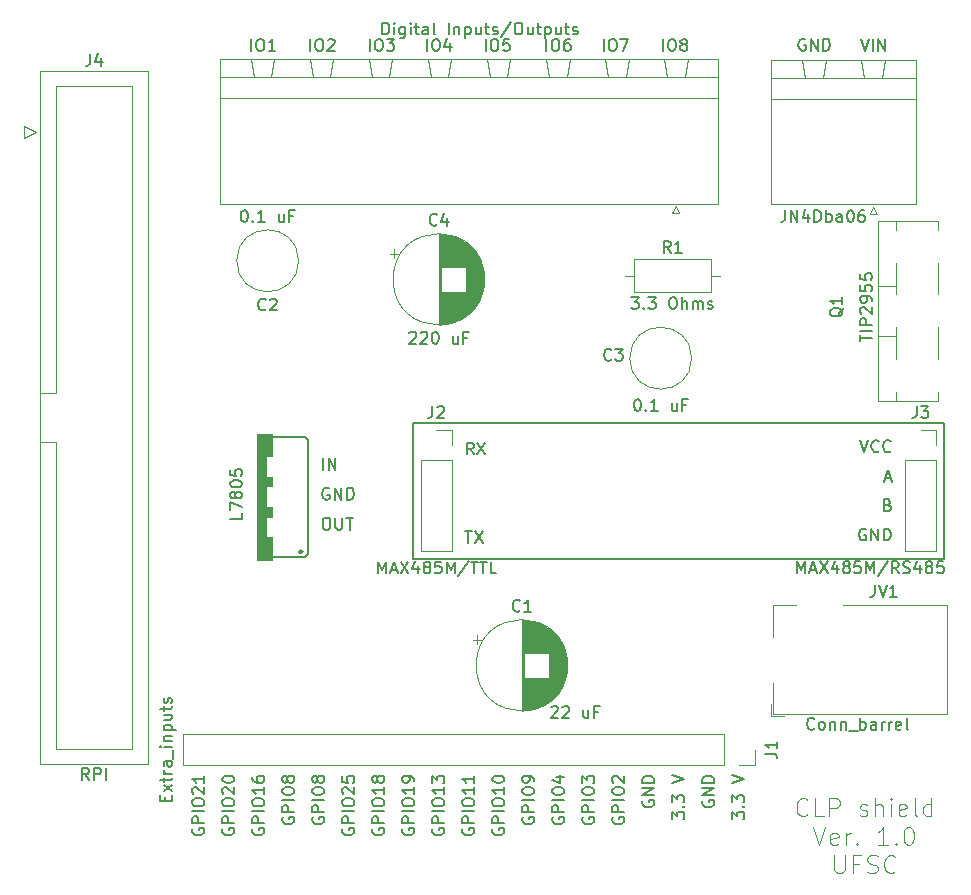
<source format=gbr>
%TF.GenerationSoftware,KiCad,Pcbnew,(6.0.7)*%
%TF.CreationDate,2022-12-06T18:26:59-03:00*%
%TF.ProjectId,Circuito_impresso,43697263-7569-4746-9f5f-696d70726573,rev?*%
%TF.SameCoordinates,Original*%
%TF.FileFunction,Legend,Top*%
%TF.FilePolarity,Positive*%
%FSLAX46Y46*%
G04 Gerber Fmt 4.6, Leading zero omitted, Abs format (unit mm)*
G04 Created by KiCad (PCBNEW (6.0.7)) date 2022-12-06 18:26:59*
%MOMM*%
%LPD*%
G01*
G04 APERTURE LIST*
%ADD10C,0.150000*%
%ADD11C,0.100000*%
%ADD12C,0.152400*%
%ADD13C,0.254000*%
%ADD14C,0.010000*%
%ADD15C,0.120000*%
G04 APERTURE END LIST*
D10*
X140000000Y-90500000D02*
X185000000Y-90500000D01*
X185000000Y-90500000D02*
X185000000Y-102000000D01*
X185000000Y-102000000D02*
X140000000Y-102000000D01*
X140000000Y-102000000D02*
X140000000Y-90500000D01*
X180223928Y-97428571D02*
X180366785Y-97476190D01*
X180414404Y-97523809D01*
X180462023Y-97619047D01*
X180462023Y-97761904D01*
X180414404Y-97857142D01*
X180366785Y-97904761D01*
X180271547Y-97952380D01*
X179890595Y-97952380D01*
X179890595Y-96952380D01*
X180223928Y-96952380D01*
X180319166Y-97000000D01*
X180366785Y-97047619D01*
X180414404Y-97142857D01*
X180414404Y-97238095D01*
X180366785Y-97333333D01*
X180319166Y-97380952D01*
X180223928Y-97428571D01*
X179890595Y-97428571D01*
X146170000Y-58969704D02*
X146170000Y-57969704D01*
X146836666Y-57969704D02*
X147027142Y-57969704D01*
X147122380Y-58017324D01*
X147217619Y-58112562D01*
X147265238Y-58303038D01*
X147265238Y-58636371D01*
X147217619Y-58826847D01*
X147122380Y-58922085D01*
X147027142Y-58969704D01*
X146836666Y-58969704D01*
X146741428Y-58922085D01*
X146646190Y-58826847D01*
X146598571Y-58636371D01*
X146598571Y-58303038D01*
X146646190Y-58112562D01*
X146741428Y-58017324D01*
X146836666Y-57969704D01*
X148170000Y-57969704D02*
X147693809Y-57969704D01*
X147646190Y-58445895D01*
X147693809Y-58398276D01*
X147789047Y-58350657D01*
X148027142Y-58350657D01*
X148122380Y-58398276D01*
X148170000Y-58445895D01*
X148217619Y-58541133D01*
X148217619Y-58779228D01*
X148170000Y-58874466D01*
X148122380Y-58922085D01*
X148027142Y-58969704D01*
X147789047Y-58969704D01*
X147693809Y-58922085D01*
X147646190Y-58874466D01*
X173238095Y-58000000D02*
X173142857Y-57952380D01*
X173000000Y-57952380D01*
X172857142Y-58000000D01*
X172761904Y-58095238D01*
X172714285Y-58190476D01*
X172666666Y-58380952D01*
X172666666Y-58523809D01*
X172714285Y-58714285D01*
X172761904Y-58809523D01*
X172857142Y-58904761D01*
X173000000Y-58952380D01*
X173095238Y-58952380D01*
X173238095Y-58904761D01*
X173285714Y-58857142D01*
X173285714Y-58523809D01*
X173095238Y-58523809D01*
X173714285Y-58952380D02*
X173714285Y-57952380D01*
X174285714Y-58952380D01*
X174285714Y-57952380D01*
X174761904Y-58952380D02*
X174761904Y-57952380D01*
X175000000Y-57952380D01*
X175142857Y-58000000D01*
X175238095Y-58095238D01*
X175285714Y-58190476D01*
X175333333Y-58380952D01*
X175333333Y-58523809D01*
X175285714Y-58714285D01*
X175238095Y-58809523D01*
X175142857Y-58904761D01*
X175000000Y-58952380D01*
X174761904Y-58952380D01*
D11*
X173428571Y-123620714D02*
X173357142Y-123692142D01*
X173142857Y-123763571D01*
X173000000Y-123763571D01*
X172785714Y-123692142D01*
X172642857Y-123549285D01*
X172571428Y-123406428D01*
X172500000Y-123120714D01*
X172500000Y-122906428D01*
X172571428Y-122620714D01*
X172642857Y-122477857D01*
X172785714Y-122335000D01*
X173000000Y-122263571D01*
X173142857Y-122263571D01*
X173357142Y-122335000D01*
X173428571Y-122406428D01*
X174785714Y-123763571D02*
X174071428Y-123763571D01*
X174071428Y-122263571D01*
X175285714Y-123763571D02*
X175285714Y-122263571D01*
X175857142Y-122263571D01*
X176000000Y-122335000D01*
X176071428Y-122406428D01*
X176142857Y-122549285D01*
X176142857Y-122763571D01*
X176071428Y-122906428D01*
X176000000Y-122977857D01*
X175857142Y-123049285D01*
X175285714Y-123049285D01*
X177857142Y-123692142D02*
X178000000Y-123763571D01*
X178285714Y-123763571D01*
X178428571Y-123692142D01*
X178500000Y-123549285D01*
X178500000Y-123477857D01*
X178428571Y-123335000D01*
X178285714Y-123263571D01*
X178071428Y-123263571D01*
X177928571Y-123192142D01*
X177857142Y-123049285D01*
X177857142Y-122977857D01*
X177928571Y-122835000D01*
X178071428Y-122763571D01*
X178285714Y-122763571D01*
X178428571Y-122835000D01*
X179142857Y-123763571D02*
X179142857Y-122263571D01*
X179785714Y-123763571D02*
X179785714Y-122977857D01*
X179714285Y-122835000D01*
X179571428Y-122763571D01*
X179357142Y-122763571D01*
X179214285Y-122835000D01*
X179142857Y-122906428D01*
X180500000Y-123763571D02*
X180500000Y-122763571D01*
X180500000Y-122263571D02*
X180428571Y-122335000D01*
X180500000Y-122406428D01*
X180571428Y-122335000D01*
X180500000Y-122263571D01*
X180500000Y-122406428D01*
X181785714Y-123692142D02*
X181642857Y-123763571D01*
X181357142Y-123763571D01*
X181214285Y-123692142D01*
X181142857Y-123549285D01*
X181142857Y-122977857D01*
X181214285Y-122835000D01*
X181357142Y-122763571D01*
X181642857Y-122763571D01*
X181785714Y-122835000D01*
X181857142Y-122977857D01*
X181857142Y-123120714D01*
X181142857Y-123263571D01*
X182714285Y-123763571D02*
X182571428Y-123692142D01*
X182500000Y-123549285D01*
X182500000Y-122263571D01*
X183928571Y-123763571D02*
X183928571Y-122263571D01*
X183928571Y-123692142D02*
X183785714Y-123763571D01*
X183500000Y-123763571D01*
X183357142Y-123692142D01*
X183285714Y-123620714D01*
X183214285Y-123477857D01*
X183214285Y-123049285D01*
X183285714Y-122906428D01*
X183357142Y-122835000D01*
X183500000Y-122763571D01*
X183785714Y-122763571D01*
X183928571Y-122835000D01*
X173928571Y-124678571D02*
X174428571Y-126178571D01*
X174928571Y-124678571D01*
X176000000Y-126107142D02*
X175857142Y-126178571D01*
X175571428Y-126178571D01*
X175428571Y-126107142D01*
X175357142Y-125964285D01*
X175357142Y-125392857D01*
X175428571Y-125250000D01*
X175571428Y-125178571D01*
X175857142Y-125178571D01*
X176000000Y-125250000D01*
X176071428Y-125392857D01*
X176071428Y-125535714D01*
X175357142Y-125678571D01*
X176714285Y-126178571D02*
X176714285Y-125178571D01*
X176714285Y-125464285D02*
X176785714Y-125321428D01*
X176857142Y-125250000D01*
X177000000Y-125178571D01*
X177142857Y-125178571D01*
X177642857Y-126035714D02*
X177714285Y-126107142D01*
X177642857Y-126178571D01*
X177571428Y-126107142D01*
X177642857Y-126035714D01*
X177642857Y-126178571D01*
X180285714Y-126178571D02*
X179428571Y-126178571D01*
X179857142Y-126178571D02*
X179857142Y-124678571D01*
X179714285Y-124892857D01*
X179571428Y-125035714D01*
X179428571Y-125107142D01*
X180928571Y-126035714D02*
X181000000Y-126107142D01*
X180928571Y-126178571D01*
X180857142Y-126107142D01*
X180928571Y-126035714D01*
X180928571Y-126178571D01*
X181928571Y-124678571D02*
X182071428Y-124678571D01*
X182214285Y-124750000D01*
X182285714Y-124821428D01*
X182357142Y-124964285D01*
X182428571Y-125250000D01*
X182428571Y-125607142D01*
X182357142Y-125892857D01*
X182285714Y-126035714D01*
X182214285Y-126107142D01*
X182071428Y-126178571D01*
X181928571Y-126178571D01*
X181785714Y-126107142D01*
X181714285Y-126035714D01*
X181642857Y-125892857D01*
X181571428Y-125607142D01*
X181571428Y-125250000D01*
X181642857Y-124964285D01*
X181714285Y-124821428D01*
X181785714Y-124750000D01*
X181928571Y-124678571D01*
X175714285Y-127093571D02*
X175714285Y-128307857D01*
X175785714Y-128450714D01*
X175857142Y-128522142D01*
X176000000Y-128593571D01*
X176285714Y-128593571D01*
X176428571Y-128522142D01*
X176500000Y-128450714D01*
X176571428Y-128307857D01*
X176571428Y-127093571D01*
X177785714Y-127807857D02*
X177285714Y-127807857D01*
X177285714Y-128593571D02*
X177285714Y-127093571D01*
X178000000Y-127093571D01*
X178500000Y-128522142D02*
X178714285Y-128593571D01*
X179071428Y-128593571D01*
X179214285Y-128522142D01*
X179285714Y-128450714D01*
X179357142Y-128307857D01*
X179357142Y-128165000D01*
X179285714Y-128022142D01*
X179214285Y-127950714D01*
X179071428Y-127879285D01*
X178785714Y-127807857D01*
X178642857Y-127736428D01*
X178571428Y-127665000D01*
X178500000Y-127522142D01*
X178500000Y-127379285D01*
X178571428Y-127236428D01*
X178642857Y-127165000D01*
X178785714Y-127093571D01*
X179142857Y-127093571D01*
X179357142Y-127165000D01*
X180857142Y-128450714D02*
X180785714Y-128522142D01*
X180571428Y-128593571D01*
X180428571Y-128593571D01*
X180214285Y-128522142D01*
X180071428Y-128379285D01*
X180000000Y-128236428D01*
X179928571Y-127950714D01*
X179928571Y-127736428D01*
X180000000Y-127450714D01*
X180071428Y-127307857D01*
X180214285Y-127165000D01*
X180428571Y-127093571D01*
X180571428Y-127093571D01*
X180785714Y-127165000D01*
X180857142Y-127236428D01*
D10*
X177938898Y-57955056D02*
X178272232Y-58955056D01*
X178605565Y-57955056D01*
X178938898Y-58955056D02*
X178938898Y-57955056D01*
X179415089Y-58955056D02*
X179415089Y-57955056D01*
X179986517Y-58955056D01*
X179986517Y-57955056D01*
X134090000Y-124834166D02*
X134042380Y-124929404D01*
X134042380Y-125072261D01*
X134090000Y-125215119D01*
X134185238Y-125310357D01*
X134280476Y-125357976D01*
X134470952Y-125405595D01*
X134613809Y-125405595D01*
X134804285Y-125357976D01*
X134899523Y-125310357D01*
X134994761Y-125215119D01*
X135042380Y-125072261D01*
X135042380Y-124977023D01*
X134994761Y-124834166D01*
X134947142Y-124786547D01*
X134613809Y-124786547D01*
X134613809Y-124977023D01*
X135042380Y-124357976D02*
X134042380Y-124357976D01*
X134042380Y-123977023D01*
X134090000Y-123881785D01*
X134137619Y-123834166D01*
X134232857Y-123786547D01*
X134375714Y-123786547D01*
X134470952Y-123834166D01*
X134518571Y-123881785D01*
X134566190Y-123977023D01*
X134566190Y-124357976D01*
X135042380Y-123357976D02*
X134042380Y-123357976D01*
X134042380Y-122691309D02*
X134042380Y-122500833D01*
X134090000Y-122405595D01*
X134185238Y-122310357D01*
X134375714Y-122262738D01*
X134709047Y-122262738D01*
X134899523Y-122310357D01*
X134994761Y-122405595D01*
X135042380Y-122500833D01*
X135042380Y-122691309D01*
X134994761Y-122786547D01*
X134899523Y-122881785D01*
X134709047Y-122929404D01*
X134375714Y-122929404D01*
X134185238Y-122881785D01*
X134090000Y-122786547D01*
X134042380Y-122691309D01*
X134137619Y-121881785D02*
X134090000Y-121834166D01*
X134042380Y-121738928D01*
X134042380Y-121500833D01*
X134090000Y-121405595D01*
X134137619Y-121357976D01*
X134232857Y-121310357D01*
X134328095Y-121310357D01*
X134470952Y-121357976D01*
X135042380Y-121929404D01*
X135042380Y-121310357D01*
X134042380Y-120405595D02*
X134042380Y-120881785D01*
X134518571Y-120929404D01*
X134470952Y-120881785D01*
X134423333Y-120786547D01*
X134423333Y-120548452D01*
X134470952Y-120453214D01*
X134518571Y-120405595D01*
X134613809Y-120357976D01*
X134851904Y-120357976D01*
X134947142Y-120405595D01*
X134994761Y-120453214D01*
X135042380Y-120548452D01*
X135042380Y-120786547D01*
X134994761Y-120881785D01*
X134947142Y-120929404D01*
X123930000Y-124834166D02*
X123882380Y-124929404D01*
X123882380Y-125072261D01*
X123930000Y-125215119D01*
X124025238Y-125310357D01*
X124120476Y-125357976D01*
X124310952Y-125405595D01*
X124453809Y-125405595D01*
X124644285Y-125357976D01*
X124739523Y-125310357D01*
X124834761Y-125215119D01*
X124882380Y-125072261D01*
X124882380Y-124977023D01*
X124834761Y-124834166D01*
X124787142Y-124786547D01*
X124453809Y-124786547D01*
X124453809Y-124977023D01*
X124882380Y-124357976D02*
X123882380Y-124357976D01*
X123882380Y-123977023D01*
X123930000Y-123881785D01*
X123977619Y-123834166D01*
X124072857Y-123786547D01*
X124215714Y-123786547D01*
X124310952Y-123834166D01*
X124358571Y-123881785D01*
X124406190Y-123977023D01*
X124406190Y-124357976D01*
X124882380Y-123357976D02*
X123882380Y-123357976D01*
X123882380Y-122691309D02*
X123882380Y-122500833D01*
X123930000Y-122405595D01*
X124025238Y-122310357D01*
X124215714Y-122262738D01*
X124549047Y-122262738D01*
X124739523Y-122310357D01*
X124834761Y-122405595D01*
X124882380Y-122500833D01*
X124882380Y-122691309D01*
X124834761Y-122786547D01*
X124739523Y-122881785D01*
X124549047Y-122929404D01*
X124215714Y-122929404D01*
X124025238Y-122881785D01*
X123930000Y-122786547D01*
X123882380Y-122691309D01*
X123977619Y-121881785D02*
X123930000Y-121834166D01*
X123882380Y-121738928D01*
X123882380Y-121500833D01*
X123930000Y-121405595D01*
X123977619Y-121357976D01*
X124072857Y-121310357D01*
X124168095Y-121310357D01*
X124310952Y-121357976D01*
X124882380Y-121929404D01*
X124882380Y-121310357D01*
X123882380Y-120691309D02*
X123882380Y-120596071D01*
X123930000Y-120500833D01*
X123977619Y-120453214D01*
X124072857Y-120405595D01*
X124263333Y-120357976D01*
X124501428Y-120357976D01*
X124691904Y-120405595D01*
X124787142Y-120453214D01*
X124834761Y-120500833D01*
X124882380Y-120596071D01*
X124882380Y-120691309D01*
X124834761Y-120786547D01*
X124787142Y-120834166D01*
X124691904Y-120881785D01*
X124501428Y-120929404D01*
X124263333Y-120929404D01*
X124072857Y-120881785D01*
X123977619Y-120834166D01*
X123930000Y-120786547D01*
X123882380Y-120691309D01*
X178363265Y-99475301D02*
X178268027Y-99427681D01*
X178125170Y-99427681D01*
X177982313Y-99475301D01*
X177887075Y-99570539D01*
X177839456Y-99665777D01*
X177791837Y-99856253D01*
X177791837Y-99999110D01*
X177839456Y-100189586D01*
X177887075Y-100284824D01*
X177982313Y-100380062D01*
X178125170Y-100427681D01*
X178220408Y-100427681D01*
X178363265Y-100380062D01*
X178410884Y-100332443D01*
X178410884Y-99999110D01*
X178220408Y-99999110D01*
X178839456Y-100427681D02*
X178839456Y-99427681D01*
X179410884Y-100427681D01*
X179410884Y-99427681D01*
X179887075Y-100427681D02*
X179887075Y-99427681D01*
X180125170Y-99427681D01*
X180268027Y-99475301D01*
X180363265Y-99570539D01*
X180410884Y-99665777D01*
X180458503Y-99856253D01*
X180458503Y-99999110D01*
X180410884Y-100189586D01*
X180363265Y-100284824D01*
X180268027Y-100380062D01*
X180125170Y-100427681D01*
X179887075Y-100427681D01*
X131550000Y-123881785D02*
X131502380Y-123977023D01*
X131502380Y-124119880D01*
X131550000Y-124262738D01*
X131645238Y-124357976D01*
X131740476Y-124405595D01*
X131930952Y-124453214D01*
X132073809Y-124453214D01*
X132264285Y-124405595D01*
X132359523Y-124357976D01*
X132454761Y-124262738D01*
X132502380Y-124119880D01*
X132502380Y-124024642D01*
X132454761Y-123881785D01*
X132407142Y-123834166D01*
X132073809Y-123834166D01*
X132073809Y-124024642D01*
X132502380Y-123405595D02*
X131502380Y-123405595D01*
X131502380Y-123024642D01*
X131550000Y-122929404D01*
X131597619Y-122881785D01*
X131692857Y-122834166D01*
X131835714Y-122834166D01*
X131930952Y-122881785D01*
X131978571Y-122929404D01*
X132026190Y-123024642D01*
X132026190Y-123405595D01*
X132502380Y-122405595D02*
X131502380Y-122405595D01*
X131502380Y-121738928D02*
X131502380Y-121548452D01*
X131550000Y-121453214D01*
X131645238Y-121357976D01*
X131835714Y-121310357D01*
X132169047Y-121310357D01*
X132359523Y-121357976D01*
X132454761Y-121453214D01*
X132502380Y-121548452D01*
X132502380Y-121738928D01*
X132454761Y-121834166D01*
X132359523Y-121929404D01*
X132169047Y-121977023D01*
X131835714Y-121977023D01*
X131645238Y-121929404D01*
X131550000Y-121834166D01*
X131502380Y-121738928D01*
X131930952Y-120738928D02*
X131883333Y-120834166D01*
X131835714Y-120881785D01*
X131740476Y-120929404D01*
X131692857Y-120929404D01*
X131597619Y-120881785D01*
X131550000Y-120834166D01*
X131502380Y-120738928D01*
X131502380Y-120548452D01*
X131550000Y-120453214D01*
X131597619Y-120405595D01*
X131692857Y-120357976D01*
X131740476Y-120357976D01*
X131835714Y-120405595D01*
X131883333Y-120453214D01*
X131930952Y-120548452D01*
X131930952Y-120738928D01*
X131978571Y-120834166D01*
X132026190Y-120881785D01*
X132121428Y-120929404D01*
X132311904Y-120929404D01*
X132407142Y-120881785D01*
X132454761Y-120834166D01*
X132502380Y-120738928D01*
X132502380Y-120548452D01*
X132454761Y-120453214D01*
X132407142Y-120405595D01*
X132311904Y-120357976D01*
X132121428Y-120357976D01*
X132026190Y-120405595D01*
X131978571Y-120453214D01*
X131930952Y-120548452D01*
X151870000Y-123881785D02*
X151822380Y-123977023D01*
X151822380Y-124119880D01*
X151870000Y-124262738D01*
X151965238Y-124357976D01*
X152060476Y-124405595D01*
X152250952Y-124453214D01*
X152393809Y-124453214D01*
X152584285Y-124405595D01*
X152679523Y-124357976D01*
X152774761Y-124262738D01*
X152822380Y-124119880D01*
X152822380Y-124024642D01*
X152774761Y-123881785D01*
X152727142Y-123834166D01*
X152393809Y-123834166D01*
X152393809Y-124024642D01*
X152822380Y-123405595D02*
X151822380Y-123405595D01*
X151822380Y-123024642D01*
X151870000Y-122929404D01*
X151917619Y-122881785D01*
X152012857Y-122834166D01*
X152155714Y-122834166D01*
X152250952Y-122881785D01*
X152298571Y-122929404D01*
X152346190Y-123024642D01*
X152346190Y-123405595D01*
X152822380Y-122405595D02*
X151822380Y-122405595D01*
X151822380Y-121738928D02*
X151822380Y-121548452D01*
X151870000Y-121453214D01*
X151965238Y-121357976D01*
X152155714Y-121310357D01*
X152489047Y-121310357D01*
X152679523Y-121357976D01*
X152774761Y-121453214D01*
X152822380Y-121548452D01*
X152822380Y-121738928D01*
X152774761Y-121834166D01*
X152679523Y-121929404D01*
X152489047Y-121977023D01*
X152155714Y-121977023D01*
X151965238Y-121929404D01*
X151870000Y-121834166D01*
X151822380Y-121738928D01*
X152155714Y-120453214D02*
X152822380Y-120453214D01*
X151774761Y-120691309D02*
X152489047Y-120929404D01*
X152489047Y-120310357D01*
X139170000Y-124834166D02*
X139122380Y-124929404D01*
X139122380Y-125072261D01*
X139170000Y-125215119D01*
X139265238Y-125310357D01*
X139360476Y-125357976D01*
X139550952Y-125405595D01*
X139693809Y-125405595D01*
X139884285Y-125357976D01*
X139979523Y-125310357D01*
X140074761Y-125215119D01*
X140122380Y-125072261D01*
X140122380Y-124977023D01*
X140074761Y-124834166D01*
X140027142Y-124786547D01*
X139693809Y-124786547D01*
X139693809Y-124977023D01*
X140122380Y-124357976D02*
X139122380Y-124357976D01*
X139122380Y-123977023D01*
X139170000Y-123881785D01*
X139217619Y-123834166D01*
X139312857Y-123786547D01*
X139455714Y-123786547D01*
X139550952Y-123834166D01*
X139598571Y-123881785D01*
X139646190Y-123977023D01*
X139646190Y-124357976D01*
X140122380Y-123357976D02*
X139122380Y-123357976D01*
X139122380Y-122691309D02*
X139122380Y-122500833D01*
X139170000Y-122405595D01*
X139265238Y-122310357D01*
X139455714Y-122262738D01*
X139789047Y-122262738D01*
X139979523Y-122310357D01*
X140074761Y-122405595D01*
X140122380Y-122500833D01*
X140122380Y-122691309D01*
X140074761Y-122786547D01*
X139979523Y-122881785D01*
X139789047Y-122929404D01*
X139455714Y-122929404D01*
X139265238Y-122881785D01*
X139170000Y-122786547D01*
X139122380Y-122691309D01*
X140122380Y-121310357D02*
X140122380Y-121881785D01*
X140122380Y-121596071D02*
X139122380Y-121596071D01*
X139265238Y-121691309D01*
X139360476Y-121786547D01*
X139408095Y-121881785D01*
X140122380Y-120834166D02*
X140122380Y-120643690D01*
X140074761Y-120548452D01*
X140027142Y-120500833D01*
X139884285Y-120405595D01*
X139693809Y-120357976D01*
X139312857Y-120357976D01*
X139217619Y-120405595D01*
X139170000Y-120453214D01*
X139122380Y-120548452D01*
X139122380Y-120738928D01*
X139170000Y-120834166D01*
X139217619Y-120881785D01*
X139312857Y-120929404D01*
X139550952Y-120929404D01*
X139646190Y-120881785D01*
X139693809Y-120834166D01*
X139741428Y-120738928D01*
X139741428Y-120548452D01*
X139693809Y-120453214D01*
X139646190Y-120405595D01*
X139550952Y-120357976D01*
X164570000Y-122453214D02*
X164522380Y-122548452D01*
X164522380Y-122691309D01*
X164570000Y-122834166D01*
X164665238Y-122929404D01*
X164760476Y-122977023D01*
X164950952Y-123024642D01*
X165093809Y-123024642D01*
X165284285Y-122977023D01*
X165379523Y-122929404D01*
X165474761Y-122834166D01*
X165522380Y-122691309D01*
X165522380Y-122596071D01*
X165474761Y-122453214D01*
X165427142Y-122405595D01*
X165093809Y-122405595D01*
X165093809Y-122596071D01*
X165522380Y-121977023D02*
X164522380Y-121977023D01*
X165522380Y-121405595D01*
X164522380Y-121405595D01*
X165522380Y-120929404D02*
X164522380Y-120929404D01*
X164522380Y-120691309D01*
X164570000Y-120548452D01*
X164665238Y-120453214D01*
X164760476Y-120405595D01*
X164950952Y-120357976D01*
X165093809Y-120357976D01*
X165284285Y-120405595D01*
X165379523Y-120453214D01*
X165474761Y-120548452D01*
X165522380Y-120691309D01*
X165522380Y-120929404D01*
X131342734Y-58972380D02*
X131342734Y-57972380D01*
X132009400Y-57972380D02*
X132199876Y-57972380D01*
X132295114Y-58020000D01*
X132390353Y-58115238D01*
X132437972Y-58305714D01*
X132437972Y-58639047D01*
X132390353Y-58829523D01*
X132295114Y-58924761D01*
X132199876Y-58972380D01*
X132009400Y-58972380D01*
X131914162Y-58924761D01*
X131818924Y-58829523D01*
X131771305Y-58639047D01*
X131771305Y-58305714D01*
X131818924Y-58115238D01*
X131914162Y-58020000D01*
X132009400Y-57972380D01*
X132818924Y-58067619D02*
X132866543Y-58020000D01*
X132961781Y-57972380D01*
X133199876Y-57972380D01*
X133295114Y-58020000D01*
X133342734Y-58067619D01*
X133390353Y-58162857D01*
X133390353Y-58258095D01*
X133342734Y-58400952D01*
X132771305Y-58972380D01*
X133390353Y-58972380D01*
X177890595Y-91952380D02*
X178223928Y-92952380D01*
X178557261Y-91952380D01*
X179462023Y-92857142D02*
X179414404Y-92904761D01*
X179271547Y-92952380D01*
X179176309Y-92952380D01*
X179033452Y-92904761D01*
X178938214Y-92809523D01*
X178890595Y-92714285D01*
X178842976Y-92523809D01*
X178842976Y-92380952D01*
X178890595Y-92190476D01*
X178938214Y-92095238D01*
X179033452Y-92000000D01*
X179176309Y-91952380D01*
X179271547Y-91952380D01*
X179414404Y-92000000D01*
X179462023Y-92047619D01*
X180462023Y-92857142D02*
X180414404Y-92904761D01*
X180271547Y-92952380D01*
X180176309Y-92952380D01*
X180033452Y-92904761D01*
X179938214Y-92809523D01*
X179890595Y-92714285D01*
X179842976Y-92523809D01*
X179842976Y-92380952D01*
X179890595Y-92190476D01*
X179938214Y-92095238D01*
X180033452Y-92000000D01*
X180176309Y-91952380D01*
X180271547Y-91952380D01*
X180414404Y-92000000D01*
X180462023Y-92047619D01*
X179982313Y-95166666D02*
X180458503Y-95166666D01*
X179887075Y-95452380D02*
X180220408Y-94452380D01*
X180553741Y-95452380D01*
X129010000Y-123881785D02*
X128962380Y-123977023D01*
X128962380Y-124119880D01*
X129010000Y-124262738D01*
X129105238Y-124357976D01*
X129200476Y-124405595D01*
X129390952Y-124453214D01*
X129533809Y-124453214D01*
X129724285Y-124405595D01*
X129819523Y-124357976D01*
X129914761Y-124262738D01*
X129962380Y-124119880D01*
X129962380Y-124024642D01*
X129914761Y-123881785D01*
X129867142Y-123834166D01*
X129533809Y-123834166D01*
X129533809Y-124024642D01*
X129962380Y-123405595D02*
X128962380Y-123405595D01*
X128962380Y-123024642D01*
X129010000Y-122929404D01*
X129057619Y-122881785D01*
X129152857Y-122834166D01*
X129295714Y-122834166D01*
X129390952Y-122881785D01*
X129438571Y-122929404D01*
X129486190Y-123024642D01*
X129486190Y-123405595D01*
X129962380Y-122405595D02*
X128962380Y-122405595D01*
X128962380Y-121738928D02*
X128962380Y-121548452D01*
X129010000Y-121453214D01*
X129105238Y-121357976D01*
X129295714Y-121310357D01*
X129629047Y-121310357D01*
X129819523Y-121357976D01*
X129914761Y-121453214D01*
X129962380Y-121548452D01*
X129962380Y-121738928D01*
X129914761Y-121834166D01*
X129819523Y-121929404D01*
X129629047Y-121977023D01*
X129295714Y-121977023D01*
X129105238Y-121929404D01*
X129010000Y-121834166D01*
X128962380Y-121738928D01*
X129390952Y-120738928D02*
X129343333Y-120834166D01*
X129295714Y-120881785D01*
X129200476Y-120929404D01*
X129152857Y-120929404D01*
X129057619Y-120881785D01*
X129010000Y-120834166D01*
X128962380Y-120738928D01*
X128962380Y-120548452D01*
X129010000Y-120453214D01*
X129057619Y-120405595D01*
X129152857Y-120357976D01*
X129200476Y-120357976D01*
X129295714Y-120405595D01*
X129343333Y-120453214D01*
X129390952Y-120548452D01*
X129390952Y-120738928D01*
X129438571Y-120834166D01*
X129486190Y-120881785D01*
X129581428Y-120929404D01*
X129771904Y-120929404D01*
X129867142Y-120881785D01*
X129914761Y-120834166D01*
X129962380Y-120738928D01*
X129962380Y-120548452D01*
X129914761Y-120453214D01*
X129867142Y-120405595D01*
X129771904Y-120357976D01*
X129581428Y-120357976D01*
X129486190Y-120405595D01*
X129438571Y-120453214D01*
X129390952Y-120548452D01*
X156165863Y-58969704D02*
X156165863Y-57969704D01*
X156832529Y-57969704D02*
X157023005Y-57969704D01*
X157118243Y-58017324D01*
X157213482Y-58112562D01*
X157261101Y-58303038D01*
X157261101Y-58636371D01*
X157213482Y-58826847D01*
X157118243Y-58922085D01*
X157023005Y-58969704D01*
X156832529Y-58969704D01*
X156737291Y-58922085D01*
X156642053Y-58826847D01*
X156594434Y-58636371D01*
X156594434Y-58303038D01*
X156642053Y-58112562D01*
X156737291Y-58017324D01*
X156832529Y-57969704D01*
X157594434Y-57969704D02*
X158261101Y-57969704D01*
X157832529Y-58969704D01*
X156950000Y-123881785D02*
X156902380Y-123977023D01*
X156902380Y-124119880D01*
X156950000Y-124262738D01*
X157045238Y-124357976D01*
X157140476Y-124405595D01*
X157330952Y-124453214D01*
X157473809Y-124453214D01*
X157664285Y-124405595D01*
X157759523Y-124357976D01*
X157854761Y-124262738D01*
X157902380Y-124119880D01*
X157902380Y-124024642D01*
X157854761Y-123881785D01*
X157807142Y-123834166D01*
X157473809Y-123834166D01*
X157473809Y-124024642D01*
X157902380Y-123405595D02*
X156902380Y-123405595D01*
X156902380Y-123024642D01*
X156950000Y-122929404D01*
X156997619Y-122881785D01*
X157092857Y-122834166D01*
X157235714Y-122834166D01*
X157330952Y-122881785D01*
X157378571Y-122929404D01*
X157426190Y-123024642D01*
X157426190Y-123405595D01*
X157902380Y-122405595D02*
X156902380Y-122405595D01*
X156902380Y-121738928D02*
X156902380Y-121548452D01*
X156950000Y-121453214D01*
X157045238Y-121357976D01*
X157235714Y-121310357D01*
X157569047Y-121310357D01*
X157759523Y-121357976D01*
X157854761Y-121453214D01*
X157902380Y-121548452D01*
X157902380Y-121738928D01*
X157854761Y-121834166D01*
X157759523Y-121929404D01*
X157569047Y-121977023D01*
X157235714Y-121977023D01*
X157045238Y-121929404D01*
X156950000Y-121834166D01*
X156902380Y-121738928D01*
X156997619Y-120929404D02*
X156950000Y-120881785D01*
X156902380Y-120786547D01*
X156902380Y-120548452D01*
X156950000Y-120453214D01*
X156997619Y-120405595D01*
X157092857Y-120357976D01*
X157188095Y-120357976D01*
X157330952Y-120405595D01*
X157902380Y-120977023D01*
X157902380Y-120357976D01*
X154410000Y-123881785D02*
X154362380Y-123977023D01*
X154362380Y-124119880D01*
X154410000Y-124262738D01*
X154505238Y-124357976D01*
X154600476Y-124405595D01*
X154790952Y-124453214D01*
X154933809Y-124453214D01*
X155124285Y-124405595D01*
X155219523Y-124357976D01*
X155314761Y-124262738D01*
X155362380Y-124119880D01*
X155362380Y-124024642D01*
X155314761Y-123881785D01*
X155267142Y-123834166D01*
X154933809Y-123834166D01*
X154933809Y-124024642D01*
X155362380Y-123405595D02*
X154362380Y-123405595D01*
X154362380Y-123024642D01*
X154410000Y-122929404D01*
X154457619Y-122881785D01*
X154552857Y-122834166D01*
X154695714Y-122834166D01*
X154790952Y-122881785D01*
X154838571Y-122929404D01*
X154886190Y-123024642D01*
X154886190Y-123405595D01*
X155362380Y-122405595D02*
X154362380Y-122405595D01*
X154362380Y-121738928D02*
X154362380Y-121548452D01*
X154410000Y-121453214D01*
X154505238Y-121357976D01*
X154695714Y-121310357D01*
X155029047Y-121310357D01*
X155219523Y-121357976D01*
X155314761Y-121453214D01*
X155362380Y-121548452D01*
X155362380Y-121738928D01*
X155314761Y-121834166D01*
X155219523Y-121929404D01*
X155029047Y-121977023D01*
X154695714Y-121977023D01*
X154505238Y-121929404D01*
X154410000Y-121834166D01*
X154362380Y-121738928D01*
X154362380Y-120977023D02*
X154362380Y-120357976D01*
X154743333Y-120691309D01*
X154743333Y-120548452D01*
X154790952Y-120453214D01*
X154838571Y-120405595D01*
X154933809Y-120357976D01*
X155171904Y-120357976D01*
X155267142Y-120405595D01*
X155314761Y-120453214D01*
X155362380Y-120548452D01*
X155362380Y-120834166D01*
X155314761Y-120929404D01*
X155267142Y-120977023D01*
X126340000Y-58972380D02*
X126340000Y-57972380D01*
X127006666Y-57972380D02*
X127197142Y-57972380D01*
X127292380Y-58020000D01*
X127387619Y-58115238D01*
X127435238Y-58305714D01*
X127435238Y-58639047D01*
X127387619Y-58829523D01*
X127292380Y-58924761D01*
X127197142Y-58972380D01*
X127006666Y-58972380D01*
X126911428Y-58924761D01*
X126816190Y-58829523D01*
X126768571Y-58639047D01*
X126768571Y-58305714D01*
X126816190Y-58115238D01*
X126911428Y-58020000D01*
X127006666Y-57972380D01*
X128387619Y-58972380D02*
X127816190Y-58972380D01*
X128101904Y-58972380D02*
X128101904Y-57972380D01*
X128006666Y-58115238D01*
X127911428Y-58210476D01*
X127816190Y-58258095D01*
X126470000Y-124834166D02*
X126422380Y-124929404D01*
X126422380Y-125072261D01*
X126470000Y-125215119D01*
X126565238Y-125310357D01*
X126660476Y-125357976D01*
X126850952Y-125405595D01*
X126993809Y-125405595D01*
X127184285Y-125357976D01*
X127279523Y-125310357D01*
X127374761Y-125215119D01*
X127422380Y-125072261D01*
X127422380Y-124977023D01*
X127374761Y-124834166D01*
X127327142Y-124786547D01*
X126993809Y-124786547D01*
X126993809Y-124977023D01*
X127422380Y-124357976D02*
X126422380Y-124357976D01*
X126422380Y-123977023D01*
X126470000Y-123881785D01*
X126517619Y-123834166D01*
X126612857Y-123786547D01*
X126755714Y-123786547D01*
X126850952Y-123834166D01*
X126898571Y-123881785D01*
X126946190Y-123977023D01*
X126946190Y-124357976D01*
X127422380Y-123357976D02*
X126422380Y-123357976D01*
X126422380Y-122691309D02*
X126422380Y-122500833D01*
X126470000Y-122405595D01*
X126565238Y-122310357D01*
X126755714Y-122262738D01*
X127089047Y-122262738D01*
X127279523Y-122310357D01*
X127374761Y-122405595D01*
X127422380Y-122500833D01*
X127422380Y-122691309D01*
X127374761Y-122786547D01*
X127279523Y-122881785D01*
X127089047Y-122929404D01*
X126755714Y-122929404D01*
X126565238Y-122881785D01*
X126470000Y-122786547D01*
X126422380Y-122691309D01*
X127422380Y-121310357D02*
X127422380Y-121881785D01*
X127422380Y-121596071D02*
X126422380Y-121596071D01*
X126565238Y-121691309D01*
X126660476Y-121786547D01*
X126708095Y-121881785D01*
X126422380Y-120453214D02*
X126422380Y-120643690D01*
X126470000Y-120738928D01*
X126517619Y-120786547D01*
X126660476Y-120881785D01*
X126850952Y-120929404D01*
X127231904Y-120929404D01*
X127327142Y-120881785D01*
X127374761Y-120834166D01*
X127422380Y-120738928D01*
X127422380Y-120548452D01*
X127374761Y-120453214D01*
X127327142Y-120405595D01*
X127231904Y-120357976D01*
X126993809Y-120357976D01*
X126898571Y-120405595D01*
X126850952Y-120453214D01*
X126803333Y-120548452D01*
X126803333Y-120738928D01*
X126850952Y-120834166D01*
X126898571Y-120881785D01*
X126993809Y-120929404D01*
X132918244Y-96020000D02*
X132823006Y-95972380D01*
X132680149Y-95972380D01*
X132537292Y-96020000D01*
X132442054Y-96115238D01*
X132394435Y-96210476D01*
X132346816Y-96400952D01*
X132346816Y-96543809D01*
X132394435Y-96734285D01*
X132442054Y-96829523D01*
X132537292Y-96924761D01*
X132680149Y-96972380D01*
X132775387Y-96972380D01*
X132918244Y-96924761D01*
X132965863Y-96877142D01*
X132965863Y-96543809D01*
X132775387Y-96543809D01*
X133394435Y-96972380D02*
X133394435Y-95972380D01*
X133965863Y-96972380D01*
X133965863Y-95972380D01*
X134442054Y-96972380D02*
X134442054Y-95972380D01*
X134680149Y-95972380D01*
X134823006Y-96020000D01*
X134918244Y-96115238D01*
X134965863Y-96210476D01*
X135013482Y-96400952D01*
X135013482Y-96543809D01*
X134965863Y-96734285D01*
X134918244Y-96829523D01*
X134823006Y-96924761D01*
X134680149Y-96972380D01*
X134442054Y-96972380D01*
X141710000Y-124834166D02*
X141662380Y-124929404D01*
X141662380Y-125072261D01*
X141710000Y-125215119D01*
X141805238Y-125310357D01*
X141900476Y-125357976D01*
X142090952Y-125405595D01*
X142233809Y-125405595D01*
X142424285Y-125357976D01*
X142519523Y-125310357D01*
X142614761Y-125215119D01*
X142662380Y-125072261D01*
X142662380Y-124977023D01*
X142614761Y-124834166D01*
X142567142Y-124786547D01*
X142233809Y-124786547D01*
X142233809Y-124977023D01*
X142662380Y-124357976D02*
X141662380Y-124357976D01*
X141662380Y-123977023D01*
X141710000Y-123881785D01*
X141757619Y-123834166D01*
X141852857Y-123786547D01*
X141995714Y-123786547D01*
X142090952Y-123834166D01*
X142138571Y-123881785D01*
X142186190Y-123977023D01*
X142186190Y-124357976D01*
X142662380Y-123357976D02*
X141662380Y-123357976D01*
X141662380Y-122691309D02*
X141662380Y-122500833D01*
X141710000Y-122405595D01*
X141805238Y-122310357D01*
X141995714Y-122262738D01*
X142329047Y-122262738D01*
X142519523Y-122310357D01*
X142614761Y-122405595D01*
X142662380Y-122500833D01*
X142662380Y-122691309D01*
X142614761Y-122786547D01*
X142519523Y-122881785D01*
X142329047Y-122929404D01*
X141995714Y-122929404D01*
X141805238Y-122881785D01*
X141710000Y-122786547D01*
X141662380Y-122691309D01*
X142662380Y-121310357D02*
X142662380Y-121881785D01*
X142662380Y-121596071D02*
X141662380Y-121596071D01*
X141805238Y-121691309D01*
X141900476Y-121786547D01*
X141948095Y-121881785D01*
X141662380Y-120977023D02*
X141662380Y-120357976D01*
X142043333Y-120691309D01*
X142043333Y-120548452D01*
X142090952Y-120453214D01*
X142138571Y-120405595D01*
X142233809Y-120357976D01*
X142471904Y-120357976D01*
X142567142Y-120405595D01*
X142614761Y-120453214D01*
X142662380Y-120548452D01*
X142662380Y-120834166D01*
X142614761Y-120929404D01*
X142567142Y-120977023D01*
X144439218Y-99625005D02*
X145010646Y-99625005D01*
X144724932Y-100625005D02*
X144724932Y-99625005D01*
X145248741Y-99625005D02*
X145915408Y-100625005D01*
X145915408Y-99625005D02*
X145248741Y-100625005D01*
X121390000Y-124834166D02*
X121342380Y-124929404D01*
X121342380Y-125072261D01*
X121390000Y-125215119D01*
X121485238Y-125310357D01*
X121580476Y-125357976D01*
X121770952Y-125405595D01*
X121913809Y-125405595D01*
X122104285Y-125357976D01*
X122199523Y-125310357D01*
X122294761Y-125215119D01*
X122342380Y-125072261D01*
X122342380Y-124977023D01*
X122294761Y-124834166D01*
X122247142Y-124786547D01*
X121913809Y-124786547D01*
X121913809Y-124977023D01*
X122342380Y-124357976D02*
X121342380Y-124357976D01*
X121342380Y-123977023D01*
X121390000Y-123881785D01*
X121437619Y-123834166D01*
X121532857Y-123786547D01*
X121675714Y-123786547D01*
X121770952Y-123834166D01*
X121818571Y-123881785D01*
X121866190Y-123977023D01*
X121866190Y-124357976D01*
X122342380Y-123357976D02*
X121342380Y-123357976D01*
X121342380Y-122691309D02*
X121342380Y-122500833D01*
X121390000Y-122405595D01*
X121485238Y-122310357D01*
X121675714Y-122262738D01*
X122009047Y-122262738D01*
X122199523Y-122310357D01*
X122294761Y-122405595D01*
X122342380Y-122500833D01*
X122342380Y-122691309D01*
X122294761Y-122786547D01*
X122199523Y-122881785D01*
X122009047Y-122929404D01*
X121675714Y-122929404D01*
X121485238Y-122881785D01*
X121390000Y-122786547D01*
X121342380Y-122691309D01*
X121437619Y-121881785D02*
X121390000Y-121834166D01*
X121342380Y-121738928D01*
X121342380Y-121500833D01*
X121390000Y-121405595D01*
X121437619Y-121357976D01*
X121532857Y-121310357D01*
X121628095Y-121310357D01*
X121770952Y-121357976D01*
X122342380Y-121929404D01*
X122342380Y-121310357D01*
X122342380Y-120357976D02*
X122342380Y-120929404D01*
X122342380Y-120643690D02*
X121342380Y-120643690D01*
X121485238Y-120738928D01*
X121580476Y-120834166D01*
X121628095Y-120929404D01*
X132415595Y-94432380D02*
X132415595Y-93432380D01*
X132891785Y-94432380D02*
X132891785Y-93432380D01*
X133463214Y-94432380D01*
X133463214Y-93432380D01*
X145157023Y-93149704D02*
X144823690Y-92673514D01*
X144585595Y-93149704D02*
X144585595Y-92149704D01*
X144966547Y-92149704D01*
X145061785Y-92197324D01*
X145109404Y-92244943D01*
X145157023Y-92340181D01*
X145157023Y-92483038D01*
X145109404Y-92578276D01*
X145061785Y-92625895D01*
X144966547Y-92673514D01*
X144585595Y-92673514D01*
X145490357Y-92149704D02*
X146157023Y-93149704D01*
X146157023Y-92149704D02*
X145490357Y-93149704D01*
X144250000Y-124834166D02*
X144202380Y-124929404D01*
X144202380Y-125072261D01*
X144250000Y-125215119D01*
X144345238Y-125310357D01*
X144440476Y-125357976D01*
X144630952Y-125405595D01*
X144773809Y-125405595D01*
X144964285Y-125357976D01*
X145059523Y-125310357D01*
X145154761Y-125215119D01*
X145202380Y-125072261D01*
X145202380Y-124977023D01*
X145154761Y-124834166D01*
X145107142Y-124786547D01*
X144773809Y-124786547D01*
X144773809Y-124977023D01*
X145202380Y-124357976D02*
X144202380Y-124357976D01*
X144202380Y-123977023D01*
X144250000Y-123881785D01*
X144297619Y-123834166D01*
X144392857Y-123786547D01*
X144535714Y-123786547D01*
X144630952Y-123834166D01*
X144678571Y-123881785D01*
X144726190Y-123977023D01*
X144726190Y-124357976D01*
X145202380Y-123357976D02*
X144202380Y-123357976D01*
X144202380Y-122691309D02*
X144202380Y-122500833D01*
X144250000Y-122405595D01*
X144345238Y-122310357D01*
X144535714Y-122262738D01*
X144869047Y-122262738D01*
X145059523Y-122310357D01*
X145154761Y-122405595D01*
X145202380Y-122500833D01*
X145202380Y-122691309D01*
X145154761Y-122786547D01*
X145059523Y-122881785D01*
X144869047Y-122929404D01*
X144535714Y-122929404D01*
X144345238Y-122881785D01*
X144250000Y-122786547D01*
X144202380Y-122691309D01*
X145202380Y-121310357D02*
X145202380Y-121881785D01*
X145202380Y-121596071D02*
X144202380Y-121596071D01*
X144345238Y-121691309D01*
X144440476Y-121786547D01*
X144488095Y-121881785D01*
X145202380Y-120357976D02*
X145202380Y-120929404D01*
X145202380Y-120643690D02*
X144202380Y-120643690D01*
X144345238Y-120738928D01*
X144440476Y-120834166D01*
X144488095Y-120929404D01*
X151330000Y-58972380D02*
X151330000Y-57972380D01*
X151996666Y-57972380D02*
X152187142Y-57972380D01*
X152282380Y-58020000D01*
X152377619Y-58115238D01*
X152425238Y-58305714D01*
X152425238Y-58639047D01*
X152377619Y-58829523D01*
X152282380Y-58924761D01*
X152187142Y-58972380D01*
X151996666Y-58972380D01*
X151901428Y-58924761D01*
X151806190Y-58829523D01*
X151758571Y-58639047D01*
X151758571Y-58305714D01*
X151806190Y-58115238D01*
X151901428Y-58020000D01*
X151996666Y-57972380D01*
X153282380Y-57972380D02*
X153091904Y-57972380D01*
X152996666Y-58020000D01*
X152949047Y-58067619D01*
X152853809Y-58210476D01*
X152806190Y-58400952D01*
X152806190Y-58781904D01*
X152853809Y-58877142D01*
X152901428Y-58924761D01*
X152996666Y-58972380D01*
X153187142Y-58972380D01*
X153282380Y-58924761D01*
X153330000Y-58877142D01*
X153377619Y-58781904D01*
X153377619Y-58543809D01*
X153330000Y-58448571D01*
X153282380Y-58400952D01*
X153187142Y-58353333D01*
X152996666Y-58353333D01*
X152901428Y-58400952D01*
X152853809Y-58448571D01*
X152806190Y-58543809D01*
X167062380Y-124024642D02*
X167062380Y-123405595D01*
X167443333Y-123738928D01*
X167443333Y-123596071D01*
X167490952Y-123500833D01*
X167538571Y-123453214D01*
X167633809Y-123405595D01*
X167871904Y-123405595D01*
X167967142Y-123453214D01*
X168014761Y-123500833D01*
X168062380Y-123596071D01*
X168062380Y-123881785D01*
X168014761Y-123977023D01*
X167967142Y-124024642D01*
X167967142Y-122977023D02*
X168014761Y-122929404D01*
X168062380Y-122977023D01*
X168014761Y-123024642D01*
X167967142Y-122977023D01*
X168062380Y-122977023D01*
X167062380Y-122596071D02*
X167062380Y-121977023D01*
X167443333Y-122310357D01*
X167443333Y-122167500D01*
X167490952Y-122072261D01*
X167538571Y-122024642D01*
X167633809Y-121977023D01*
X167871904Y-121977023D01*
X167967142Y-122024642D01*
X168014761Y-122072261D01*
X168062380Y-122167500D01*
X168062380Y-122453214D01*
X168014761Y-122548452D01*
X167967142Y-122596071D01*
X167062380Y-120929404D02*
X168062380Y-120596071D01*
X167062380Y-120262738D01*
X132606071Y-98512380D02*
X132796547Y-98512380D01*
X132891785Y-98560000D01*
X132987023Y-98655238D01*
X133034642Y-98845714D01*
X133034642Y-99179047D01*
X132987023Y-99369523D01*
X132891785Y-99464761D01*
X132796547Y-99512380D01*
X132606071Y-99512380D01*
X132510833Y-99464761D01*
X132415595Y-99369523D01*
X132367976Y-99179047D01*
X132367976Y-98845714D01*
X132415595Y-98655238D01*
X132510833Y-98560000D01*
X132606071Y-98512380D01*
X133463214Y-98512380D02*
X133463214Y-99321904D01*
X133510833Y-99417142D01*
X133558452Y-99464761D01*
X133653690Y-99512380D01*
X133844166Y-99512380D01*
X133939404Y-99464761D01*
X133987023Y-99417142D01*
X134034642Y-99321904D01*
X134034642Y-98512380D01*
X134367976Y-98512380D02*
X134939404Y-98512380D01*
X134653690Y-99512380D02*
X134653690Y-98512380D01*
X161200000Y-58972380D02*
X161200000Y-57972380D01*
X161866666Y-57972380D02*
X162057142Y-57972380D01*
X162152380Y-58020000D01*
X162247619Y-58115238D01*
X162295238Y-58305714D01*
X162295238Y-58639047D01*
X162247619Y-58829523D01*
X162152380Y-58924761D01*
X162057142Y-58972380D01*
X161866666Y-58972380D01*
X161771428Y-58924761D01*
X161676190Y-58829523D01*
X161628571Y-58639047D01*
X161628571Y-58305714D01*
X161676190Y-58115238D01*
X161771428Y-58020000D01*
X161866666Y-57972380D01*
X162866666Y-58400952D02*
X162771428Y-58353333D01*
X162723809Y-58305714D01*
X162676190Y-58210476D01*
X162676190Y-58162857D01*
X162723809Y-58067619D01*
X162771428Y-58020000D01*
X162866666Y-57972380D01*
X163057142Y-57972380D01*
X163152380Y-58020000D01*
X163200000Y-58067619D01*
X163247619Y-58162857D01*
X163247619Y-58210476D01*
X163200000Y-58305714D01*
X163152380Y-58353333D01*
X163057142Y-58400952D01*
X162866666Y-58400952D01*
X162771428Y-58448571D01*
X162723809Y-58496190D01*
X162676190Y-58591428D01*
X162676190Y-58781904D01*
X162723809Y-58877142D01*
X162771428Y-58924761D01*
X162866666Y-58972380D01*
X163057142Y-58972380D01*
X163152380Y-58924761D01*
X163200000Y-58877142D01*
X163247619Y-58781904D01*
X163247619Y-58591428D01*
X163200000Y-58496190D01*
X163152380Y-58448571D01*
X163057142Y-58400952D01*
X146790000Y-124834166D02*
X146742380Y-124929404D01*
X146742380Y-125072261D01*
X146790000Y-125215119D01*
X146885238Y-125310357D01*
X146980476Y-125357976D01*
X147170952Y-125405595D01*
X147313809Y-125405595D01*
X147504285Y-125357976D01*
X147599523Y-125310357D01*
X147694761Y-125215119D01*
X147742380Y-125072261D01*
X147742380Y-124977023D01*
X147694761Y-124834166D01*
X147647142Y-124786547D01*
X147313809Y-124786547D01*
X147313809Y-124977023D01*
X147742380Y-124357976D02*
X146742380Y-124357976D01*
X146742380Y-123977023D01*
X146790000Y-123881785D01*
X146837619Y-123834166D01*
X146932857Y-123786547D01*
X147075714Y-123786547D01*
X147170952Y-123834166D01*
X147218571Y-123881785D01*
X147266190Y-123977023D01*
X147266190Y-124357976D01*
X147742380Y-123357976D02*
X146742380Y-123357976D01*
X146742380Y-122691309D02*
X146742380Y-122500833D01*
X146790000Y-122405595D01*
X146885238Y-122310357D01*
X147075714Y-122262738D01*
X147409047Y-122262738D01*
X147599523Y-122310357D01*
X147694761Y-122405595D01*
X147742380Y-122500833D01*
X147742380Y-122691309D01*
X147694761Y-122786547D01*
X147599523Y-122881785D01*
X147409047Y-122929404D01*
X147075714Y-122929404D01*
X146885238Y-122881785D01*
X146790000Y-122786547D01*
X146742380Y-122691309D01*
X147742380Y-121310357D02*
X147742380Y-121881785D01*
X147742380Y-121596071D02*
X146742380Y-121596071D01*
X146885238Y-121691309D01*
X146980476Y-121786547D01*
X147028095Y-121881785D01*
X146742380Y-120691309D02*
X146742380Y-120596071D01*
X146790000Y-120500833D01*
X146837619Y-120453214D01*
X146932857Y-120405595D01*
X147123333Y-120357976D01*
X147361428Y-120357976D01*
X147551904Y-120405595D01*
X147647142Y-120453214D01*
X147694761Y-120500833D01*
X147742380Y-120596071D01*
X147742380Y-120691309D01*
X147694761Y-120786547D01*
X147647142Y-120834166D01*
X147551904Y-120881785D01*
X147361428Y-120929404D01*
X147123333Y-120929404D01*
X146932857Y-120881785D01*
X146837619Y-120834166D01*
X146790000Y-120786547D01*
X146742380Y-120691309D01*
X136630000Y-124834166D02*
X136582380Y-124929404D01*
X136582380Y-125072261D01*
X136630000Y-125215119D01*
X136725238Y-125310357D01*
X136820476Y-125357976D01*
X137010952Y-125405595D01*
X137153809Y-125405595D01*
X137344285Y-125357976D01*
X137439523Y-125310357D01*
X137534761Y-125215119D01*
X137582380Y-125072261D01*
X137582380Y-124977023D01*
X137534761Y-124834166D01*
X137487142Y-124786547D01*
X137153809Y-124786547D01*
X137153809Y-124977023D01*
X137582380Y-124357976D02*
X136582380Y-124357976D01*
X136582380Y-123977023D01*
X136630000Y-123881785D01*
X136677619Y-123834166D01*
X136772857Y-123786547D01*
X136915714Y-123786547D01*
X137010952Y-123834166D01*
X137058571Y-123881785D01*
X137106190Y-123977023D01*
X137106190Y-124357976D01*
X137582380Y-123357976D02*
X136582380Y-123357976D01*
X136582380Y-122691309D02*
X136582380Y-122500833D01*
X136630000Y-122405595D01*
X136725238Y-122310357D01*
X136915714Y-122262738D01*
X137249047Y-122262738D01*
X137439523Y-122310357D01*
X137534761Y-122405595D01*
X137582380Y-122500833D01*
X137582380Y-122691309D01*
X137534761Y-122786547D01*
X137439523Y-122881785D01*
X137249047Y-122929404D01*
X136915714Y-122929404D01*
X136725238Y-122881785D01*
X136630000Y-122786547D01*
X136582380Y-122691309D01*
X137582380Y-121310357D02*
X137582380Y-121881785D01*
X137582380Y-121596071D02*
X136582380Y-121596071D01*
X136725238Y-121691309D01*
X136820476Y-121786547D01*
X136868095Y-121881785D01*
X137010952Y-120738928D02*
X136963333Y-120834166D01*
X136915714Y-120881785D01*
X136820476Y-120929404D01*
X136772857Y-120929404D01*
X136677619Y-120881785D01*
X136630000Y-120834166D01*
X136582380Y-120738928D01*
X136582380Y-120548452D01*
X136630000Y-120453214D01*
X136677619Y-120405595D01*
X136772857Y-120357976D01*
X136820476Y-120357976D01*
X136915714Y-120405595D01*
X136963333Y-120453214D01*
X137010952Y-120548452D01*
X137010952Y-120738928D01*
X137058571Y-120834166D01*
X137106190Y-120881785D01*
X137201428Y-120929404D01*
X137391904Y-120929404D01*
X137487142Y-120881785D01*
X137534761Y-120834166D01*
X137582380Y-120738928D01*
X137582380Y-120548452D01*
X137534761Y-120453214D01*
X137487142Y-120405595D01*
X137391904Y-120357976D01*
X137201428Y-120357976D01*
X137106190Y-120405595D01*
X137058571Y-120453214D01*
X137010952Y-120548452D01*
X149330000Y-123881785D02*
X149282380Y-123977023D01*
X149282380Y-124119880D01*
X149330000Y-124262738D01*
X149425238Y-124357976D01*
X149520476Y-124405595D01*
X149710952Y-124453214D01*
X149853809Y-124453214D01*
X150044285Y-124405595D01*
X150139523Y-124357976D01*
X150234761Y-124262738D01*
X150282380Y-124119880D01*
X150282380Y-124024642D01*
X150234761Y-123881785D01*
X150187142Y-123834166D01*
X149853809Y-123834166D01*
X149853809Y-124024642D01*
X150282380Y-123405595D02*
X149282380Y-123405595D01*
X149282380Y-123024642D01*
X149330000Y-122929404D01*
X149377619Y-122881785D01*
X149472857Y-122834166D01*
X149615714Y-122834166D01*
X149710952Y-122881785D01*
X149758571Y-122929404D01*
X149806190Y-123024642D01*
X149806190Y-123405595D01*
X150282380Y-122405595D02*
X149282380Y-122405595D01*
X149282380Y-121738928D02*
X149282380Y-121548452D01*
X149330000Y-121453214D01*
X149425238Y-121357976D01*
X149615714Y-121310357D01*
X149949047Y-121310357D01*
X150139523Y-121357976D01*
X150234761Y-121453214D01*
X150282380Y-121548452D01*
X150282380Y-121738928D01*
X150234761Y-121834166D01*
X150139523Y-121929404D01*
X149949047Y-121977023D01*
X149615714Y-121977023D01*
X149425238Y-121929404D01*
X149330000Y-121834166D01*
X149282380Y-121738928D01*
X150282380Y-120834166D02*
X150282380Y-120643690D01*
X150234761Y-120548452D01*
X150187142Y-120500833D01*
X150044285Y-120405595D01*
X149853809Y-120357976D01*
X149472857Y-120357976D01*
X149377619Y-120405595D01*
X149330000Y-120453214D01*
X149282380Y-120548452D01*
X149282380Y-120738928D01*
X149330000Y-120834166D01*
X149377619Y-120881785D01*
X149472857Y-120929404D01*
X149710952Y-120929404D01*
X149806190Y-120881785D01*
X149853809Y-120834166D01*
X149901428Y-120738928D01*
X149901428Y-120548452D01*
X149853809Y-120453214D01*
X149806190Y-120405595D01*
X149710952Y-120357976D01*
X161982380Y-124024642D02*
X161982380Y-123405595D01*
X162363333Y-123738928D01*
X162363333Y-123596071D01*
X162410952Y-123500833D01*
X162458571Y-123453214D01*
X162553809Y-123405595D01*
X162791904Y-123405595D01*
X162887142Y-123453214D01*
X162934761Y-123500833D01*
X162982380Y-123596071D01*
X162982380Y-123881785D01*
X162934761Y-123977023D01*
X162887142Y-124024642D01*
X162887142Y-122977023D02*
X162934761Y-122929404D01*
X162982380Y-122977023D01*
X162934761Y-123024642D01*
X162887142Y-122977023D01*
X162982380Y-122977023D01*
X161982380Y-122596071D02*
X161982380Y-121977023D01*
X162363333Y-122310357D01*
X162363333Y-122167500D01*
X162410952Y-122072261D01*
X162458571Y-122024642D01*
X162553809Y-121977023D01*
X162791904Y-121977023D01*
X162887142Y-122024642D01*
X162934761Y-122072261D01*
X162982380Y-122167500D01*
X162982380Y-122453214D01*
X162934761Y-122548452D01*
X162887142Y-122596071D01*
X161982380Y-120929404D02*
X162982380Y-120596071D01*
X161982380Y-120262738D01*
X136370000Y-58972380D02*
X136370000Y-57972380D01*
X137036666Y-57972380D02*
X137227142Y-57972380D01*
X137322380Y-58020000D01*
X137417619Y-58115238D01*
X137465238Y-58305714D01*
X137465238Y-58639047D01*
X137417619Y-58829523D01*
X137322380Y-58924761D01*
X137227142Y-58972380D01*
X137036666Y-58972380D01*
X136941428Y-58924761D01*
X136846190Y-58829523D01*
X136798571Y-58639047D01*
X136798571Y-58305714D01*
X136846190Y-58115238D01*
X136941428Y-58020000D01*
X137036666Y-57972380D01*
X137798571Y-57972380D02*
X138417619Y-57972380D01*
X138084285Y-58353333D01*
X138227142Y-58353333D01*
X138322380Y-58400952D01*
X138370000Y-58448571D01*
X138417619Y-58543809D01*
X138417619Y-58781904D01*
X138370000Y-58877142D01*
X138322380Y-58924761D01*
X138227142Y-58972380D01*
X137941428Y-58972380D01*
X137846190Y-58924761D01*
X137798571Y-58877142D01*
X159490000Y-122453214D02*
X159442380Y-122548452D01*
X159442380Y-122691309D01*
X159490000Y-122834166D01*
X159585238Y-122929404D01*
X159680476Y-122977023D01*
X159870952Y-123024642D01*
X160013809Y-123024642D01*
X160204285Y-122977023D01*
X160299523Y-122929404D01*
X160394761Y-122834166D01*
X160442380Y-122691309D01*
X160442380Y-122596071D01*
X160394761Y-122453214D01*
X160347142Y-122405595D01*
X160013809Y-122405595D01*
X160013809Y-122596071D01*
X160442380Y-121977023D02*
X159442380Y-121977023D01*
X160442380Y-121405595D01*
X159442380Y-121405595D01*
X160442380Y-120929404D02*
X159442380Y-120929404D01*
X159442380Y-120691309D01*
X159490000Y-120548452D01*
X159585238Y-120453214D01*
X159680476Y-120405595D01*
X159870952Y-120357976D01*
X160013809Y-120357976D01*
X160204285Y-120405595D01*
X160299523Y-120453214D01*
X160394761Y-120548452D01*
X160442380Y-120691309D01*
X160442380Y-120929404D01*
X141210000Y-58972380D02*
X141210000Y-57972380D01*
X141876666Y-57972380D02*
X142067142Y-57972380D01*
X142162380Y-58020000D01*
X142257619Y-58115238D01*
X142305238Y-58305714D01*
X142305238Y-58639047D01*
X142257619Y-58829523D01*
X142162380Y-58924761D01*
X142067142Y-58972380D01*
X141876666Y-58972380D01*
X141781428Y-58924761D01*
X141686190Y-58829523D01*
X141638571Y-58639047D01*
X141638571Y-58305714D01*
X141686190Y-58115238D01*
X141781428Y-58020000D01*
X141876666Y-57972380D01*
X143162380Y-58305714D02*
X143162380Y-58972380D01*
X142924285Y-57924761D02*
X142686190Y-58639047D01*
X143305238Y-58639047D01*
%TO.C,U1*%
X125547455Y-98115501D02*
X125547455Y-98591770D01*
X124547290Y-98591770D01*
X124547290Y-97877366D02*
X124547290Y-97210590D01*
X125547455Y-97639232D01*
X124975932Y-96686694D02*
X124928305Y-96781947D01*
X124880678Y-96829574D01*
X124785425Y-96877201D01*
X124737798Y-96877201D01*
X124642544Y-96829574D01*
X124594917Y-96781947D01*
X124547290Y-96686694D01*
X124547290Y-96496186D01*
X124594917Y-96400932D01*
X124642544Y-96353305D01*
X124737798Y-96305678D01*
X124785425Y-96305678D01*
X124880678Y-96353305D01*
X124928305Y-96400932D01*
X124975932Y-96496186D01*
X124975932Y-96686694D01*
X125023559Y-96781947D01*
X125071186Y-96829574D01*
X125166440Y-96877201D01*
X125356947Y-96877201D01*
X125452201Y-96829574D01*
X125499828Y-96781947D01*
X125547455Y-96686694D01*
X125547455Y-96496186D01*
X125499828Y-96400932D01*
X125452201Y-96353305D01*
X125356947Y-96305678D01*
X125166440Y-96305678D01*
X125071186Y-96353305D01*
X125023559Y-96400932D01*
X124975932Y-96496186D01*
X124547290Y-95686529D02*
X124547290Y-95591275D01*
X124594917Y-95496021D01*
X124642544Y-95448394D01*
X124737798Y-95400767D01*
X124928305Y-95353140D01*
X125166440Y-95353140D01*
X125356947Y-95400767D01*
X125452201Y-95448394D01*
X125499828Y-95496021D01*
X125547455Y-95591275D01*
X125547455Y-95686529D01*
X125499828Y-95781782D01*
X125452201Y-95829409D01*
X125356947Y-95877036D01*
X125166440Y-95924663D01*
X124928305Y-95924663D01*
X124737798Y-95877036D01*
X124642544Y-95829409D01*
X124594917Y-95781782D01*
X124547290Y-95686529D01*
X124547290Y-94448229D02*
X124547290Y-94924498D01*
X125023559Y-94972125D01*
X124975932Y-94924498D01*
X124928305Y-94829244D01*
X124928305Y-94591110D01*
X124975932Y-94495856D01*
X125023559Y-94448229D01*
X125118813Y-94400602D01*
X125356947Y-94400602D01*
X125452201Y-94448229D01*
X125499828Y-94495856D01*
X125547455Y-94591110D01*
X125547455Y-94829244D01*
X125499828Y-94924498D01*
X125452201Y-94972125D01*
%TO.C,Q1*%
X176442619Y-80740238D02*
X176395000Y-80835476D01*
X176299761Y-80930714D01*
X176156904Y-81073571D01*
X176109285Y-81168809D01*
X176109285Y-81264047D01*
X176347380Y-81216428D02*
X176299761Y-81311666D01*
X176204523Y-81406904D01*
X176014047Y-81454523D01*
X175680714Y-81454523D01*
X175490238Y-81406904D01*
X175395000Y-81311666D01*
X175347380Y-81216428D01*
X175347380Y-81025952D01*
X175395000Y-80930714D01*
X175490238Y-80835476D01*
X175680714Y-80787857D01*
X176014047Y-80787857D01*
X176204523Y-80835476D01*
X176299761Y-80930714D01*
X176347380Y-81025952D01*
X176347380Y-81216428D01*
X176347380Y-79835476D02*
X176347380Y-80406904D01*
X176347380Y-80121190D02*
X175347380Y-80121190D01*
X175490238Y-80216428D01*
X175585476Y-80311666D01*
X175633095Y-80406904D01*
X177887380Y-83573571D02*
X177887380Y-83002142D01*
X178887380Y-83287857D02*
X177887380Y-83287857D01*
X178887380Y-82668809D02*
X177887380Y-82668809D01*
X178887380Y-82192619D02*
X177887380Y-82192619D01*
X177887380Y-81811666D01*
X177935000Y-81716428D01*
X177982619Y-81668809D01*
X178077857Y-81621190D01*
X178220714Y-81621190D01*
X178315952Y-81668809D01*
X178363571Y-81716428D01*
X178411190Y-81811666D01*
X178411190Y-82192619D01*
X177982619Y-81240238D02*
X177935000Y-81192619D01*
X177887380Y-81097380D01*
X177887380Y-80859285D01*
X177935000Y-80764047D01*
X177982619Y-80716428D01*
X178077857Y-80668809D01*
X178173095Y-80668809D01*
X178315952Y-80716428D01*
X178887380Y-81287857D01*
X178887380Y-80668809D01*
X178887380Y-80192619D02*
X178887380Y-80002142D01*
X178839761Y-79906904D01*
X178792142Y-79859285D01*
X178649285Y-79764047D01*
X178458809Y-79716428D01*
X178077857Y-79716428D01*
X177982619Y-79764047D01*
X177935000Y-79811666D01*
X177887380Y-79906904D01*
X177887380Y-80097380D01*
X177935000Y-80192619D01*
X177982619Y-80240238D01*
X178077857Y-80287857D01*
X178315952Y-80287857D01*
X178411190Y-80240238D01*
X178458809Y-80192619D01*
X178506428Y-80097380D01*
X178506428Y-79906904D01*
X178458809Y-79811666D01*
X178411190Y-79764047D01*
X178315952Y-79716428D01*
X177887380Y-78811666D02*
X177887380Y-79287857D01*
X178363571Y-79335476D01*
X178315952Y-79287857D01*
X178268333Y-79192619D01*
X178268333Y-78954523D01*
X178315952Y-78859285D01*
X178363571Y-78811666D01*
X178458809Y-78764047D01*
X178696904Y-78764047D01*
X178792142Y-78811666D01*
X178839761Y-78859285D01*
X178887380Y-78954523D01*
X178887380Y-79192619D01*
X178839761Y-79287857D01*
X178792142Y-79335476D01*
X177887380Y-77859285D02*
X177887380Y-78335476D01*
X178363571Y-78383095D01*
X178315952Y-78335476D01*
X178268333Y-78240238D01*
X178268333Y-78002142D01*
X178315952Y-77906904D01*
X178363571Y-77859285D01*
X178458809Y-77811666D01*
X178696904Y-77811666D01*
X178792142Y-77859285D01*
X178839761Y-77906904D01*
X178887380Y-78002142D01*
X178887380Y-78240238D01*
X178839761Y-78335476D01*
X178792142Y-78383095D01*
%TO.C,JN4Dba06*%
X171535714Y-72452380D02*
X171535714Y-73166666D01*
X171488095Y-73309523D01*
X171392857Y-73404761D01*
X171250000Y-73452380D01*
X171154761Y-73452380D01*
X172011904Y-73452380D02*
X172011904Y-72452380D01*
X172583333Y-73452380D01*
X172583333Y-72452380D01*
X173488095Y-72785714D02*
X173488095Y-73452380D01*
X173250000Y-72404761D02*
X173011904Y-73119047D01*
X173630952Y-73119047D01*
X174011904Y-73452380D02*
X174011904Y-72452380D01*
X174250000Y-72452380D01*
X174392857Y-72500000D01*
X174488095Y-72595238D01*
X174535714Y-72690476D01*
X174583333Y-72880952D01*
X174583333Y-73023809D01*
X174535714Y-73214285D01*
X174488095Y-73309523D01*
X174392857Y-73404761D01*
X174250000Y-73452380D01*
X174011904Y-73452380D01*
X175011904Y-73452380D02*
X175011904Y-72452380D01*
X175011904Y-72833333D02*
X175107142Y-72785714D01*
X175297619Y-72785714D01*
X175392857Y-72833333D01*
X175440476Y-72880952D01*
X175488095Y-72976190D01*
X175488095Y-73261904D01*
X175440476Y-73357142D01*
X175392857Y-73404761D01*
X175297619Y-73452380D01*
X175107142Y-73452380D01*
X175011904Y-73404761D01*
X176345238Y-73452380D02*
X176345238Y-72928571D01*
X176297619Y-72833333D01*
X176202380Y-72785714D01*
X176011904Y-72785714D01*
X175916666Y-72833333D01*
X176345238Y-73404761D02*
X176250000Y-73452380D01*
X176011904Y-73452380D01*
X175916666Y-73404761D01*
X175869047Y-73309523D01*
X175869047Y-73214285D01*
X175916666Y-73119047D01*
X176011904Y-73071428D01*
X176250000Y-73071428D01*
X176345238Y-73023809D01*
X177011904Y-72452380D02*
X177107142Y-72452380D01*
X177202380Y-72500000D01*
X177250000Y-72547619D01*
X177297619Y-72642857D01*
X177345238Y-72833333D01*
X177345238Y-73071428D01*
X177297619Y-73261904D01*
X177250000Y-73357142D01*
X177202380Y-73404761D01*
X177107142Y-73452380D01*
X177011904Y-73452380D01*
X176916666Y-73404761D01*
X176869047Y-73357142D01*
X176821428Y-73261904D01*
X176773809Y-73071428D01*
X176773809Y-72833333D01*
X176821428Y-72642857D01*
X176869047Y-72547619D01*
X176916666Y-72500000D01*
X177011904Y-72452380D01*
X178202380Y-72452380D02*
X178011904Y-72452380D01*
X177916666Y-72500000D01*
X177869047Y-72547619D01*
X177773809Y-72690476D01*
X177726190Y-72880952D01*
X177726190Y-73261904D01*
X177773809Y-73357142D01*
X177821428Y-73404761D01*
X177916666Y-73452380D01*
X178107142Y-73452380D01*
X178202380Y-73404761D01*
X178250000Y-73357142D01*
X178297619Y-73261904D01*
X178297619Y-73023809D01*
X178250000Y-72928571D01*
X178202380Y-72880952D01*
X178107142Y-72833333D01*
X177916666Y-72833333D01*
X177821428Y-72880952D01*
X177773809Y-72928571D01*
X177726190Y-73023809D01*
%TO.C,C1*%
X149083333Y-106357142D02*
X149035714Y-106404761D01*
X148892857Y-106452380D01*
X148797619Y-106452380D01*
X148654761Y-106404761D01*
X148559523Y-106309523D01*
X148511904Y-106214285D01*
X148464285Y-106023809D01*
X148464285Y-105880952D01*
X148511904Y-105690476D01*
X148559523Y-105595238D01*
X148654761Y-105500000D01*
X148797619Y-105452380D01*
X148892857Y-105452380D01*
X149035714Y-105500000D01*
X149083333Y-105547619D01*
X150035714Y-106452380D02*
X149464285Y-106452380D01*
X149750000Y-106452380D02*
X149750000Y-105452380D01*
X149654761Y-105595238D01*
X149559523Y-105690476D01*
X149464285Y-105738095D01*
X151726190Y-114547619D02*
X151773809Y-114500000D01*
X151869047Y-114452380D01*
X152107142Y-114452380D01*
X152202380Y-114500000D01*
X152250000Y-114547619D01*
X152297619Y-114642857D01*
X152297619Y-114738095D01*
X152250000Y-114880952D01*
X151678571Y-115452380D01*
X152297619Y-115452380D01*
X152678571Y-114547619D02*
X152726190Y-114500000D01*
X152821428Y-114452380D01*
X153059523Y-114452380D01*
X153154761Y-114500000D01*
X153202380Y-114547619D01*
X153250000Y-114642857D01*
X153250000Y-114738095D01*
X153202380Y-114880952D01*
X152630952Y-115452380D01*
X153250000Y-115452380D01*
X154869047Y-114785714D02*
X154869047Y-115452380D01*
X154440476Y-114785714D02*
X154440476Y-115309523D01*
X154488095Y-115404761D01*
X154583333Y-115452380D01*
X154726190Y-115452380D01*
X154821428Y-115404761D01*
X154869047Y-115357142D01*
X155678571Y-114928571D02*
X155345238Y-114928571D01*
X155345238Y-115452380D02*
X155345238Y-114452380D01*
X155821428Y-114452380D01*
%TO.C,J4*%
X112696666Y-59232380D02*
X112696666Y-59946666D01*
X112649047Y-60089523D01*
X112553809Y-60184761D01*
X112410952Y-60232380D01*
X112315714Y-60232380D01*
X113601428Y-59565714D02*
X113601428Y-60232380D01*
X113363333Y-59184761D02*
X113125238Y-59899047D01*
X113744285Y-59899047D01*
X112601428Y-120692380D02*
X112268095Y-120216190D01*
X112030000Y-120692380D02*
X112030000Y-119692380D01*
X112410952Y-119692380D01*
X112506190Y-119740000D01*
X112553809Y-119787619D01*
X112601428Y-119882857D01*
X112601428Y-120025714D01*
X112553809Y-120120952D01*
X112506190Y-120168571D01*
X112410952Y-120216190D01*
X112030000Y-120216190D01*
X113030000Y-120692380D02*
X113030000Y-119692380D01*
X113410952Y-119692380D01*
X113506190Y-119740000D01*
X113553809Y-119787619D01*
X113601428Y-119882857D01*
X113601428Y-120025714D01*
X113553809Y-120120952D01*
X113506190Y-120168571D01*
X113410952Y-120216190D01*
X113030000Y-120216190D01*
X114030000Y-120692380D02*
X114030000Y-119692380D01*
%TO.C,C4*%
X142053333Y-73677142D02*
X142005714Y-73724761D01*
X141862857Y-73772380D01*
X141767619Y-73772380D01*
X141624761Y-73724761D01*
X141529523Y-73629523D01*
X141481904Y-73534285D01*
X141434285Y-73343809D01*
X141434285Y-73200952D01*
X141481904Y-73010476D01*
X141529523Y-72915238D01*
X141624761Y-72820000D01*
X141767619Y-72772380D01*
X141862857Y-72772380D01*
X142005714Y-72820000D01*
X142053333Y-72867619D01*
X142910476Y-73105714D02*
X142910476Y-73772380D01*
X142672380Y-72724761D02*
X142434285Y-73439047D01*
X143053333Y-73439047D01*
X139720000Y-82867619D02*
X139767619Y-82820000D01*
X139862857Y-82772380D01*
X140100952Y-82772380D01*
X140196190Y-82820000D01*
X140243809Y-82867619D01*
X140291428Y-82962857D01*
X140291428Y-83058095D01*
X140243809Y-83200952D01*
X139672380Y-83772380D01*
X140291428Y-83772380D01*
X140672380Y-82867619D02*
X140720000Y-82820000D01*
X140815238Y-82772380D01*
X141053333Y-82772380D01*
X141148571Y-82820000D01*
X141196190Y-82867619D01*
X141243809Y-82962857D01*
X141243809Y-83058095D01*
X141196190Y-83200952D01*
X140624761Y-83772380D01*
X141243809Y-83772380D01*
X141862857Y-82772380D02*
X141958095Y-82772380D01*
X142053333Y-82820000D01*
X142100952Y-82867619D01*
X142148571Y-82962857D01*
X142196190Y-83153333D01*
X142196190Y-83391428D01*
X142148571Y-83581904D01*
X142100952Y-83677142D01*
X142053333Y-83724761D01*
X141958095Y-83772380D01*
X141862857Y-83772380D01*
X141767619Y-83724761D01*
X141720000Y-83677142D01*
X141672380Y-83581904D01*
X141624761Y-83391428D01*
X141624761Y-83153333D01*
X141672380Y-82962857D01*
X141720000Y-82867619D01*
X141767619Y-82820000D01*
X141862857Y-82772380D01*
X143815238Y-83105714D02*
X143815238Y-83772380D01*
X143386666Y-83105714D02*
X143386666Y-83629523D01*
X143434285Y-83724761D01*
X143529523Y-83772380D01*
X143672380Y-83772380D01*
X143767619Y-83724761D01*
X143815238Y-83677142D01*
X144624761Y-83248571D02*
X144291428Y-83248571D01*
X144291428Y-83772380D02*
X144291428Y-82772380D01*
X144767619Y-82772380D01*
%TO.C,C2*%
X127555933Y-80857142D02*
X127508314Y-80904761D01*
X127365457Y-80952380D01*
X127270219Y-80952380D01*
X127127361Y-80904761D01*
X127032123Y-80809523D01*
X126984504Y-80714285D01*
X126936885Y-80523809D01*
X126936885Y-80380952D01*
X126984504Y-80190476D01*
X127032123Y-80095238D01*
X127127361Y-80000000D01*
X127270219Y-79952380D01*
X127365457Y-79952380D01*
X127508314Y-80000000D01*
X127555933Y-80047619D01*
X127936885Y-80047619D02*
X127984504Y-80000000D01*
X128079742Y-79952380D01*
X128317838Y-79952380D01*
X128413076Y-80000000D01*
X128460695Y-80047619D01*
X128508314Y-80142857D01*
X128508314Y-80238095D01*
X128460695Y-80380952D01*
X127889266Y-80952380D01*
X128508314Y-80952380D01*
X125698790Y-72452380D02*
X125794028Y-72452380D01*
X125889266Y-72500000D01*
X125936885Y-72547619D01*
X125984504Y-72642857D01*
X126032123Y-72833333D01*
X126032123Y-73071428D01*
X125984504Y-73261904D01*
X125936885Y-73357142D01*
X125889266Y-73404761D01*
X125794028Y-73452380D01*
X125698790Y-73452380D01*
X125603552Y-73404761D01*
X125555933Y-73357142D01*
X125508314Y-73261904D01*
X125460695Y-73071428D01*
X125460695Y-72833333D01*
X125508314Y-72642857D01*
X125555933Y-72547619D01*
X125603552Y-72500000D01*
X125698790Y-72452380D01*
X126460695Y-73357142D02*
X126508314Y-73404761D01*
X126460695Y-73452380D01*
X126413076Y-73404761D01*
X126460695Y-73357142D01*
X126460695Y-73452380D01*
X127460695Y-73452380D02*
X126889266Y-73452380D01*
X127174980Y-73452380D02*
X127174980Y-72452380D01*
X127079742Y-72595238D01*
X126984504Y-72690476D01*
X126889266Y-72738095D01*
X129079742Y-72785714D02*
X129079742Y-73452380D01*
X128651171Y-72785714D02*
X128651171Y-73309523D01*
X128698790Y-73404761D01*
X128794028Y-73452380D01*
X128936885Y-73452380D01*
X129032123Y-73404761D01*
X129079742Y-73357142D01*
X129889266Y-72928571D02*
X129555933Y-72928571D01*
X129555933Y-73452380D02*
X129555933Y-72452380D01*
X130032123Y-72452380D01*
%TO.C,J3*%
X182666666Y-89062380D02*
X182666666Y-89776666D01*
X182619047Y-89919523D01*
X182523809Y-90014761D01*
X182380952Y-90062380D01*
X182285714Y-90062380D01*
X183047619Y-89062380D02*
X183666666Y-89062380D01*
X183333333Y-89443333D01*
X183476190Y-89443333D01*
X183571428Y-89490952D01*
X183619047Y-89538571D01*
X183666666Y-89633809D01*
X183666666Y-89871904D01*
X183619047Y-89967142D01*
X183571428Y-90014761D01*
X183476190Y-90062380D01*
X183190476Y-90062380D01*
X183095238Y-90014761D01*
X183047619Y-89967142D01*
X172583333Y-103202380D02*
X172583333Y-102202380D01*
X172916666Y-102916666D01*
X173250000Y-102202380D01*
X173250000Y-103202380D01*
X173678571Y-102916666D02*
X174154761Y-102916666D01*
X173583333Y-103202380D02*
X173916666Y-102202380D01*
X174250000Y-103202380D01*
X174488095Y-102202380D02*
X175154761Y-103202380D01*
X175154761Y-102202380D02*
X174488095Y-103202380D01*
X175964285Y-102535714D02*
X175964285Y-103202380D01*
X175726190Y-102154761D02*
X175488095Y-102869047D01*
X176107142Y-102869047D01*
X176630952Y-102630952D02*
X176535714Y-102583333D01*
X176488095Y-102535714D01*
X176440476Y-102440476D01*
X176440476Y-102392857D01*
X176488095Y-102297619D01*
X176535714Y-102250000D01*
X176630952Y-102202380D01*
X176821428Y-102202380D01*
X176916666Y-102250000D01*
X176964285Y-102297619D01*
X177011904Y-102392857D01*
X177011904Y-102440476D01*
X176964285Y-102535714D01*
X176916666Y-102583333D01*
X176821428Y-102630952D01*
X176630952Y-102630952D01*
X176535714Y-102678571D01*
X176488095Y-102726190D01*
X176440476Y-102821428D01*
X176440476Y-103011904D01*
X176488095Y-103107142D01*
X176535714Y-103154761D01*
X176630952Y-103202380D01*
X176821428Y-103202380D01*
X176916666Y-103154761D01*
X176964285Y-103107142D01*
X177011904Y-103011904D01*
X177011904Y-102821428D01*
X176964285Y-102726190D01*
X176916666Y-102678571D01*
X176821428Y-102630952D01*
X177916666Y-102202380D02*
X177440476Y-102202380D01*
X177392857Y-102678571D01*
X177440476Y-102630952D01*
X177535714Y-102583333D01*
X177773809Y-102583333D01*
X177869047Y-102630952D01*
X177916666Y-102678571D01*
X177964285Y-102773809D01*
X177964285Y-103011904D01*
X177916666Y-103107142D01*
X177869047Y-103154761D01*
X177773809Y-103202380D01*
X177535714Y-103202380D01*
X177440476Y-103154761D01*
X177392857Y-103107142D01*
X178392857Y-103202380D02*
X178392857Y-102202380D01*
X178726190Y-102916666D01*
X179059523Y-102202380D01*
X179059523Y-103202380D01*
X180250000Y-102154761D02*
X179392857Y-103440476D01*
X181154761Y-103202380D02*
X180821428Y-102726190D01*
X180583333Y-103202380D02*
X180583333Y-102202380D01*
X180964285Y-102202380D01*
X181059523Y-102250000D01*
X181107142Y-102297619D01*
X181154761Y-102392857D01*
X181154761Y-102535714D01*
X181107142Y-102630952D01*
X181059523Y-102678571D01*
X180964285Y-102726190D01*
X180583333Y-102726190D01*
X181535714Y-103154761D02*
X181678571Y-103202380D01*
X181916666Y-103202380D01*
X182011904Y-103154761D01*
X182059523Y-103107142D01*
X182107142Y-103011904D01*
X182107142Y-102916666D01*
X182059523Y-102821428D01*
X182011904Y-102773809D01*
X181916666Y-102726190D01*
X181726190Y-102678571D01*
X181630952Y-102630952D01*
X181583333Y-102583333D01*
X181535714Y-102488095D01*
X181535714Y-102392857D01*
X181583333Y-102297619D01*
X181630952Y-102250000D01*
X181726190Y-102202380D01*
X181964285Y-102202380D01*
X182107142Y-102250000D01*
X182964285Y-102535714D02*
X182964285Y-103202380D01*
X182726190Y-102154761D02*
X182488095Y-102869047D01*
X183107142Y-102869047D01*
X183630952Y-102630952D02*
X183535714Y-102583333D01*
X183488095Y-102535714D01*
X183440476Y-102440476D01*
X183440476Y-102392857D01*
X183488095Y-102297619D01*
X183535714Y-102250000D01*
X183630952Y-102202380D01*
X183821428Y-102202380D01*
X183916666Y-102250000D01*
X183964285Y-102297619D01*
X184011904Y-102392857D01*
X184011904Y-102440476D01*
X183964285Y-102535714D01*
X183916666Y-102583333D01*
X183821428Y-102630952D01*
X183630952Y-102630952D01*
X183535714Y-102678571D01*
X183488095Y-102726190D01*
X183440476Y-102821428D01*
X183440476Y-103011904D01*
X183488095Y-103107142D01*
X183535714Y-103154761D01*
X183630952Y-103202380D01*
X183821428Y-103202380D01*
X183916666Y-103154761D01*
X183964285Y-103107142D01*
X184011904Y-103011904D01*
X184011904Y-102821428D01*
X183964285Y-102726190D01*
X183916666Y-102678571D01*
X183821428Y-102630952D01*
X184916666Y-102202380D02*
X184440476Y-102202380D01*
X184392857Y-102678571D01*
X184440476Y-102630952D01*
X184535714Y-102583333D01*
X184773809Y-102583333D01*
X184869047Y-102630952D01*
X184916666Y-102678571D01*
X184964285Y-102773809D01*
X184964285Y-103011904D01*
X184916666Y-103107142D01*
X184869047Y-103154761D01*
X184773809Y-103202380D01*
X184535714Y-103202380D01*
X184440476Y-103154761D01*
X184392857Y-103107142D01*
%TO.C,J1*%
X169852380Y-118468333D02*
X170566666Y-118468333D01*
X170709523Y-118515952D01*
X170804761Y-118611190D01*
X170852380Y-118754047D01*
X170852380Y-118849285D01*
X170852380Y-117468333D02*
X170852380Y-118039761D01*
X170852380Y-117754047D02*
X169852380Y-117754047D01*
X169995238Y-117849285D01*
X170090476Y-117944523D01*
X170138095Y-118039761D01*
X119068571Y-122468333D02*
X119068571Y-122135000D01*
X119592380Y-121992142D02*
X119592380Y-122468333D01*
X118592380Y-122468333D01*
X118592380Y-121992142D01*
X119592380Y-121658809D02*
X118925714Y-121135000D01*
X118925714Y-121658809D02*
X119592380Y-121135000D01*
X118925714Y-120896904D02*
X118925714Y-120515952D01*
X118592380Y-120754047D02*
X119449523Y-120754047D01*
X119544761Y-120706428D01*
X119592380Y-120611190D01*
X119592380Y-120515952D01*
X119592380Y-120182619D02*
X118925714Y-120182619D01*
X119116190Y-120182619D02*
X119020952Y-120135000D01*
X118973333Y-120087380D01*
X118925714Y-119992142D01*
X118925714Y-119896904D01*
X119592380Y-119135000D02*
X119068571Y-119135000D01*
X118973333Y-119182619D01*
X118925714Y-119277857D01*
X118925714Y-119468333D01*
X118973333Y-119563571D01*
X119544761Y-119135000D02*
X119592380Y-119230238D01*
X119592380Y-119468333D01*
X119544761Y-119563571D01*
X119449523Y-119611190D01*
X119354285Y-119611190D01*
X119259047Y-119563571D01*
X119211428Y-119468333D01*
X119211428Y-119230238D01*
X119163809Y-119135000D01*
X119687619Y-118896904D02*
X119687619Y-118135000D01*
X119592380Y-117896904D02*
X118925714Y-117896904D01*
X118592380Y-117896904D02*
X118640000Y-117944523D01*
X118687619Y-117896904D01*
X118640000Y-117849285D01*
X118592380Y-117896904D01*
X118687619Y-117896904D01*
X118925714Y-117420714D02*
X119592380Y-117420714D01*
X119020952Y-117420714D02*
X118973333Y-117373095D01*
X118925714Y-117277857D01*
X118925714Y-117135000D01*
X118973333Y-117039761D01*
X119068571Y-116992142D01*
X119592380Y-116992142D01*
X118925714Y-116515952D02*
X119925714Y-116515952D01*
X118973333Y-116515952D02*
X118925714Y-116420714D01*
X118925714Y-116230238D01*
X118973333Y-116135000D01*
X119020952Y-116087380D01*
X119116190Y-116039761D01*
X119401904Y-116039761D01*
X119497142Y-116087380D01*
X119544761Y-116135000D01*
X119592380Y-116230238D01*
X119592380Y-116420714D01*
X119544761Y-116515952D01*
X118925714Y-115182619D02*
X119592380Y-115182619D01*
X118925714Y-115611190D02*
X119449523Y-115611190D01*
X119544761Y-115563571D01*
X119592380Y-115468333D01*
X119592380Y-115325476D01*
X119544761Y-115230238D01*
X119497142Y-115182619D01*
X118925714Y-114849285D02*
X118925714Y-114468333D01*
X118592380Y-114706428D02*
X119449523Y-114706428D01*
X119544761Y-114658809D01*
X119592380Y-114563571D01*
X119592380Y-114468333D01*
X119544761Y-114182619D02*
X119592380Y-114087380D01*
X119592380Y-113896904D01*
X119544761Y-113801666D01*
X119449523Y-113754047D01*
X119401904Y-113754047D01*
X119306666Y-113801666D01*
X119259047Y-113896904D01*
X119259047Y-114039761D01*
X119211428Y-114135000D01*
X119116190Y-114182619D01*
X119068571Y-114182619D01*
X118973333Y-114135000D01*
X118925714Y-114039761D01*
X118925714Y-113896904D01*
X118973333Y-113801666D01*
%TO.C,JIO-1*%
X137441904Y-57592380D02*
X137441904Y-56592380D01*
X137680000Y-56592380D01*
X137822857Y-56640000D01*
X137918095Y-56735238D01*
X137965714Y-56830476D01*
X138013333Y-57020952D01*
X138013333Y-57163809D01*
X137965714Y-57354285D01*
X137918095Y-57449523D01*
X137822857Y-57544761D01*
X137680000Y-57592380D01*
X137441904Y-57592380D01*
X138441904Y-57592380D02*
X138441904Y-56925714D01*
X138441904Y-56592380D02*
X138394285Y-56640000D01*
X138441904Y-56687619D01*
X138489523Y-56640000D01*
X138441904Y-56592380D01*
X138441904Y-56687619D01*
X139346666Y-56925714D02*
X139346666Y-57735238D01*
X139299047Y-57830476D01*
X139251428Y-57878095D01*
X139156190Y-57925714D01*
X139013333Y-57925714D01*
X138918095Y-57878095D01*
X139346666Y-57544761D02*
X139251428Y-57592380D01*
X139060952Y-57592380D01*
X138965714Y-57544761D01*
X138918095Y-57497142D01*
X138870476Y-57401904D01*
X138870476Y-57116190D01*
X138918095Y-57020952D01*
X138965714Y-56973333D01*
X139060952Y-56925714D01*
X139251428Y-56925714D01*
X139346666Y-56973333D01*
X139822857Y-57592380D02*
X139822857Y-56925714D01*
X139822857Y-56592380D02*
X139775238Y-56640000D01*
X139822857Y-56687619D01*
X139870476Y-56640000D01*
X139822857Y-56592380D01*
X139822857Y-56687619D01*
X140156190Y-56925714D02*
X140537142Y-56925714D01*
X140299047Y-56592380D02*
X140299047Y-57449523D01*
X140346666Y-57544761D01*
X140441904Y-57592380D01*
X140537142Y-57592380D01*
X141299047Y-57592380D02*
X141299047Y-57068571D01*
X141251428Y-56973333D01*
X141156190Y-56925714D01*
X140965714Y-56925714D01*
X140870476Y-56973333D01*
X141299047Y-57544761D02*
X141203809Y-57592380D01*
X140965714Y-57592380D01*
X140870476Y-57544761D01*
X140822857Y-57449523D01*
X140822857Y-57354285D01*
X140870476Y-57259047D01*
X140965714Y-57211428D01*
X141203809Y-57211428D01*
X141299047Y-57163809D01*
X141918095Y-57592380D02*
X141822857Y-57544761D01*
X141775238Y-57449523D01*
X141775238Y-56592380D01*
X143060952Y-57592380D02*
X143060952Y-56592380D01*
X143537142Y-56925714D02*
X143537142Y-57592380D01*
X143537142Y-57020952D02*
X143584761Y-56973333D01*
X143680000Y-56925714D01*
X143822857Y-56925714D01*
X143918095Y-56973333D01*
X143965714Y-57068571D01*
X143965714Y-57592380D01*
X144441904Y-56925714D02*
X144441904Y-57925714D01*
X144441904Y-56973333D02*
X144537142Y-56925714D01*
X144727619Y-56925714D01*
X144822857Y-56973333D01*
X144870476Y-57020952D01*
X144918095Y-57116190D01*
X144918095Y-57401904D01*
X144870476Y-57497142D01*
X144822857Y-57544761D01*
X144727619Y-57592380D01*
X144537142Y-57592380D01*
X144441904Y-57544761D01*
X145775238Y-56925714D02*
X145775238Y-57592380D01*
X145346666Y-56925714D02*
X145346666Y-57449523D01*
X145394285Y-57544761D01*
X145489523Y-57592380D01*
X145632380Y-57592380D01*
X145727619Y-57544761D01*
X145775238Y-57497142D01*
X146108571Y-56925714D02*
X146489523Y-56925714D01*
X146251428Y-56592380D02*
X146251428Y-57449523D01*
X146299047Y-57544761D01*
X146394285Y-57592380D01*
X146489523Y-57592380D01*
X146775238Y-57544761D02*
X146870476Y-57592380D01*
X147060952Y-57592380D01*
X147156190Y-57544761D01*
X147203809Y-57449523D01*
X147203809Y-57401904D01*
X147156190Y-57306666D01*
X147060952Y-57259047D01*
X146918095Y-57259047D01*
X146822857Y-57211428D01*
X146775238Y-57116190D01*
X146775238Y-57068571D01*
X146822857Y-56973333D01*
X146918095Y-56925714D01*
X147060952Y-56925714D01*
X147156190Y-56973333D01*
X148346666Y-56544761D02*
X147489523Y-57830476D01*
X148870476Y-56592380D02*
X149060952Y-56592380D01*
X149156190Y-56640000D01*
X149251428Y-56735238D01*
X149299047Y-56925714D01*
X149299047Y-57259047D01*
X149251428Y-57449523D01*
X149156190Y-57544761D01*
X149060952Y-57592380D01*
X148870476Y-57592380D01*
X148775238Y-57544761D01*
X148680000Y-57449523D01*
X148632380Y-57259047D01*
X148632380Y-56925714D01*
X148680000Y-56735238D01*
X148775238Y-56640000D01*
X148870476Y-56592380D01*
X150156190Y-56925714D02*
X150156190Y-57592380D01*
X149727619Y-56925714D02*
X149727619Y-57449523D01*
X149775238Y-57544761D01*
X149870476Y-57592380D01*
X150013333Y-57592380D01*
X150108571Y-57544761D01*
X150156190Y-57497142D01*
X150489523Y-56925714D02*
X150870476Y-56925714D01*
X150632380Y-56592380D02*
X150632380Y-57449523D01*
X150680000Y-57544761D01*
X150775238Y-57592380D01*
X150870476Y-57592380D01*
X151203809Y-56925714D02*
X151203809Y-57925714D01*
X151203809Y-56973333D02*
X151299047Y-56925714D01*
X151489523Y-56925714D01*
X151584761Y-56973333D01*
X151632380Y-57020952D01*
X151680000Y-57116190D01*
X151680000Y-57401904D01*
X151632380Y-57497142D01*
X151584761Y-57544761D01*
X151489523Y-57592380D01*
X151299047Y-57592380D01*
X151203809Y-57544761D01*
X152537142Y-56925714D02*
X152537142Y-57592380D01*
X152108571Y-56925714D02*
X152108571Y-57449523D01*
X152156190Y-57544761D01*
X152251428Y-57592380D01*
X152394285Y-57592380D01*
X152489523Y-57544761D01*
X152537142Y-57497142D01*
X152870476Y-56925714D02*
X153251428Y-56925714D01*
X153013333Y-56592380D02*
X153013333Y-57449523D01*
X153060952Y-57544761D01*
X153156190Y-57592380D01*
X153251428Y-57592380D01*
X153537142Y-57544761D02*
X153632380Y-57592380D01*
X153822857Y-57592380D01*
X153918095Y-57544761D01*
X153965714Y-57449523D01*
X153965714Y-57401904D01*
X153918095Y-57306666D01*
X153822857Y-57259047D01*
X153680000Y-57259047D01*
X153584761Y-57211428D01*
X153537142Y-57116190D01*
X153537142Y-57068571D01*
X153584761Y-56973333D01*
X153680000Y-56925714D01*
X153822857Y-56925714D01*
X153918095Y-56973333D01*
%TO.C,R1*%
X161833333Y-76082380D02*
X161500000Y-75606190D01*
X161261904Y-76082380D02*
X161261904Y-75082380D01*
X161642857Y-75082380D01*
X161738095Y-75130000D01*
X161785714Y-75177619D01*
X161833333Y-75272857D01*
X161833333Y-75415714D01*
X161785714Y-75510952D01*
X161738095Y-75558571D01*
X161642857Y-75606190D01*
X161261904Y-75606190D01*
X162785714Y-76082380D02*
X162214285Y-76082380D01*
X162500000Y-76082380D02*
X162500000Y-75082380D01*
X162404761Y-75225238D01*
X162309523Y-75320476D01*
X162214285Y-75368095D01*
X158523809Y-79822380D02*
X159142857Y-79822380D01*
X158809523Y-80203333D01*
X158952380Y-80203333D01*
X159047619Y-80250952D01*
X159095238Y-80298571D01*
X159142857Y-80393809D01*
X159142857Y-80631904D01*
X159095238Y-80727142D01*
X159047619Y-80774761D01*
X158952380Y-80822380D01*
X158666666Y-80822380D01*
X158571428Y-80774761D01*
X158523809Y-80727142D01*
X159571428Y-80727142D02*
X159619047Y-80774761D01*
X159571428Y-80822380D01*
X159523809Y-80774761D01*
X159571428Y-80727142D01*
X159571428Y-80822380D01*
X159952380Y-79822380D02*
X160571428Y-79822380D01*
X160238095Y-80203333D01*
X160380952Y-80203333D01*
X160476190Y-80250952D01*
X160523809Y-80298571D01*
X160571428Y-80393809D01*
X160571428Y-80631904D01*
X160523809Y-80727142D01*
X160476190Y-80774761D01*
X160380952Y-80822380D01*
X160095238Y-80822380D01*
X160000000Y-80774761D01*
X159952380Y-80727142D01*
X161952380Y-79822380D02*
X162142857Y-79822380D01*
X162238095Y-79870000D01*
X162333333Y-79965238D01*
X162380952Y-80155714D01*
X162380952Y-80489047D01*
X162333333Y-80679523D01*
X162238095Y-80774761D01*
X162142857Y-80822380D01*
X161952380Y-80822380D01*
X161857142Y-80774761D01*
X161761904Y-80679523D01*
X161714285Y-80489047D01*
X161714285Y-80155714D01*
X161761904Y-79965238D01*
X161857142Y-79870000D01*
X161952380Y-79822380D01*
X162809523Y-80822380D02*
X162809523Y-79822380D01*
X163238095Y-80822380D02*
X163238095Y-80298571D01*
X163190476Y-80203333D01*
X163095238Y-80155714D01*
X162952380Y-80155714D01*
X162857142Y-80203333D01*
X162809523Y-80250952D01*
X163714285Y-80822380D02*
X163714285Y-80155714D01*
X163714285Y-80250952D02*
X163761904Y-80203333D01*
X163857142Y-80155714D01*
X164000000Y-80155714D01*
X164095238Y-80203333D01*
X164142857Y-80298571D01*
X164142857Y-80822380D01*
X164142857Y-80298571D02*
X164190476Y-80203333D01*
X164285714Y-80155714D01*
X164428571Y-80155714D01*
X164523809Y-80203333D01*
X164571428Y-80298571D01*
X164571428Y-80822380D01*
X165000000Y-80774761D02*
X165095238Y-80822380D01*
X165285714Y-80822380D01*
X165380952Y-80774761D01*
X165428571Y-80679523D01*
X165428571Y-80631904D01*
X165380952Y-80536666D01*
X165285714Y-80489047D01*
X165142857Y-80489047D01*
X165047619Y-80441428D01*
X165000000Y-80346190D01*
X165000000Y-80298571D01*
X165047619Y-80203333D01*
X165142857Y-80155714D01*
X165285714Y-80155714D01*
X165380952Y-80203333D01*
%TO.C,C3*%
X156833333Y-85107142D02*
X156785714Y-85154761D01*
X156642857Y-85202380D01*
X156547619Y-85202380D01*
X156404761Y-85154761D01*
X156309523Y-85059523D01*
X156261904Y-84964285D01*
X156214285Y-84773809D01*
X156214285Y-84630952D01*
X156261904Y-84440476D01*
X156309523Y-84345238D01*
X156404761Y-84250000D01*
X156547619Y-84202380D01*
X156642857Y-84202380D01*
X156785714Y-84250000D01*
X156833333Y-84297619D01*
X157166666Y-84202380D02*
X157785714Y-84202380D01*
X157452380Y-84583333D01*
X157595238Y-84583333D01*
X157690476Y-84630952D01*
X157738095Y-84678571D01*
X157785714Y-84773809D01*
X157785714Y-85011904D01*
X157738095Y-85107142D01*
X157690476Y-85154761D01*
X157595238Y-85202380D01*
X157309523Y-85202380D01*
X157214285Y-85154761D01*
X157166666Y-85107142D01*
X158976190Y-88452380D02*
X159071428Y-88452380D01*
X159166666Y-88500000D01*
X159214285Y-88547619D01*
X159261904Y-88642857D01*
X159309523Y-88833333D01*
X159309523Y-89071428D01*
X159261904Y-89261904D01*
X159214285Y-89357142D01*
X159166666Y-89404761D01*
X159071428Y-89452380D01*
X158976190Y-89452380D01*
X158880952Y-89404761D01*
X158833333Y-89357142D01*
X158785714Y-89261904D01*
X158738095Y-89071428D01*
X158738095Y-88833333D01*
X158785714Y-88642857D01*
X158833333Y-88547619D01*
X158880952Y-88500000D01*
X158976190Y-88452380D01*
X159738095Y-89357142D02*
X159785714Y-89404761D01*
X159738095Y-89452380D01*
X159690476Y-89404761D01*
X159738095Y-89357142D01*
X159738095Y-89452380D01*
X160738095Y-89452380D02*
X160166666Y-89452380D01*
X160452380Y-89452380D02*
X160452380Y-88452380D01*
X160357142Y-88595238D01*
X160261904Y-88690476D01*
X160166666Y-88738095D01*
X162357142Y-88785714D02*
X162357142Y-89452380D01*
X161928571Y-88785714D02*
X161928571Y-89309523D01*
X161976190Y-89404761D01*
X162071428Y-89452380D01*
X162214285Y-89452380D01*
X162309523Y-89404761D01*
X162357142Y-89357142D01*
X163166666Y-88928571D02*
X162833333Y-88928571D01*
X162833333Y-89452380D02*
X162833333Y-88452380D01*
X163309523Y-88452380D01*
%TO.C,JV1*%
X179138095Y-104192380D02*
X179138095Y-104906666D01*
X179090476Y-105049523D01*
X178995238Y-105144761D01*
X178852380Y-105192380D01*
X178757142Y-105192380D01*
X179471428Y-104192380D02*
X179804761Y-105192380D01*
X180138095Y-104192380D01*
X180995238Y-105192380D02*
X180423809Y-105192380D01*
X180709523Y-105192380D02*
X180709523Y-104192380D01*
X180614285Y-104335238D01*
X180519047Y-104430476D01*
X180423809Y-104478095D01*
X174007142Y-116347142D02*
X173959523Y-116394761D01*
X173816666Y-116442380D01*
X173721428Y-116442380D01*
X173578571Y-116394761D01*
X173483333Y-116299523D01*
X173435714Y-116204285D01*
X173388095Y-116013809D01*
X173388095Y-115870952D01*
X173435714Y-115680476D01*
X173483333Y-115585238D01*
X173578571Y-115490000D01*
X173721428Y-115442380D01*
X173816666Y-115442380D01*
X173959523Y-115490000D01*
X174007142Y-115537619D01*
X174578571Y-116442380D02*
X174483333Y-116394761D01*
X174435714Y-116347142D01*
X174388095Y-116251904D01*
X174388095Y-115966190D01*
X174435714Y-115870952D01*
X174483333Y-115823333D01*
X174578571Y-115775714D01*
X174721428Y-115775714D01*
X174816666Y-115823333D01*
X174864285Y-115870952D01*
X174911904Y-115966190D01*
X174911904Y-116251904D01*
X174864285Y-116347142D01*
X174816666Y-116394761D01*
X174721428Y-116442380D01*
X174578571Y-116442380D01*
X175340476Y-115775714D02*
X175340476Y-116442380D01*
X175340476Y-115870952D02*
X175388095Y-115823333D01*
X175483333Y-115775714D01*
X175626190Y-115775714D01*
X175721428Y-115823333D01*
X175769047Y-115918571D01*
X175769047Y-116442380D01*
X176245238Y-115775714D02*
X176245238Y-116442380D01*
X176245238Y-115870952D02*
X176292857Y-115823333D01*
X176388095Y-115775714D01*
X176530952Y-115775714D01*
X176626190Y-115823333D01*
X176673809Y-115918571D01*
X176673809Y-116442380D01*
X176911904Y-116537619D02*
X177673809Y-116537619D01*
X177911904Y-116442380D02*
X177911904Y-115442380D01*
X177911904Y-115823333D02*
X178007142Y-115775714D01*
X178197619Y-115775714D01*
X178292857Y-115823333D01*
X178340476Y-115870952D01*
X178388095Y-115966190D01*
X178388095Y-116251904D01*
X178340476Y-116347142D01*
X178292857Y-116394761D01*
X178197619Y-116442380D01*
X178007142Y-116442380D01*
X177911904Y-116394761D01*
X179245238Y-116442380D02*
X179245238Y-115918571D01*
X179197619Y-115823333D01*
X179102380Y-115775714D01*
X178911904Y-115775714D01*
X178816666Y-115823333D01*
X179245238Y-116394761D02*
X179150000Y-116442380D01*
X178911904Y-116442380D01*
X178816666Y-116394761D01*
X178769047Y-116299523D01*
X178769047Y-116204285D01*
X178816666Y-116109047D01*
X178911904Y-116061428D01*
X179150000Y-116061428D01*
X179245238Y-116013809D01*
X179721428Y-116442380D02*
X179721428Y-115775714D01*
X179721428Y-115966190D02*
X179769047Y-115870952D01*
X179816666Y-115823333D01*
X179911904Y-115775714D01*
X180007142Y-115775714D01*
X180340476Y-116442380D02*
X180340476Y-115775714D01*
X180340476Y-115966190D02*
X180388095Y-115870952D01*
X180435714Y-115823333D01*
X180530952Y-115775714D01*
X180626190Y-115775714D01*
X181340476Y-116394761D02*
X181245238Y-116442380D01*
X181054761Y-116442380D01*
X180959523Y-116394761D01*
X180911904Y-116299523D01*
X180911904Y-115918571D01*
X180959523Y-115823333D01*
X181054761Y-115775714D01*
X181245238Y-115775714D01*
X181340476Y-115823333D01*
X181388095Y-115918571D01*
X181388095Y-116013809D01*
X180911904Y-116109047D01*
X181959523Y-116442380D02*
X181864285Y-116394761D01*
X181816666Y-116299523D01*
X181816666Y-115442380D01*
%TO.C,J2*%
X141666666Y-89062380D02*
X141666666Y-89776666D01*
X141619047Y-89919523D01*
X141523809Y-90014761D01*
X141380952Y-90062380D01*
X141285714Y-90062380D01*
X142095238Y-89157619D02*
X142142857Y-89110000D01*
X142238095Y-89062380D01*
X142476190Y-89062380D01*
X142571428Y-89110000D01*
X142619047Y-89157619D01*
X142666666Y-89252857D01*
X142666666Y-89348095D01*
X142619047Y-89490952D01*
X142047619Y-90062380D01*
X142666666Y-90062380D01*
X137071428Y-103222380D02*
X137071428Y-102222380D01*
X137404761Y-102936666D01*
X137738095Y-102222380D01*
X137738095Y-103222380D01*
X138166666Y-102936666D02*
X138642857Y-102936666D01*
X138071428Y-103222380D02*
X138404761Y-102222380D01*
X138738095Y-103222380D01*
X138976190Y-102222380D02*
X139642857Y-103222380D01*
X139642857Y-102222380D02*
X138976190Y-103222380D01*
X140452380Y-102555714D02*
X140452380Y-103222380D01*
X140214285Y-102174761D02*
X139976190Y-102889047D01*
X140595238Y-102889047D01*
X141119047Y-102650952D02*
X141023809Y-102603333D01*
X140976190Y-102555714D01*
X140928571Y-102460476D01*
X140928571Y-102412857D01*
X140976190Y-102317619D01*
X141023809Y-102270000D01*
X141119047Y-102222380D01*
X141309523Y-102222380D01*
X141404761Y-102270000D01*
X141452380Y-102317619D01*
X141500000Y-102412857D01*
X141500000Y-102460476D01*
X141452380Y-102555714D01*
X141404761Y-102603333D01*
X141309523Y-102650952D01*
X141119047Y-102650952D01*
X141023809Y-102698571D01*
X140976190Y-102746190D01*
X140928571Y-102841428D01*
X140928571Y-103031904D01*
X140976190Y-103127142D01*
X141023809Y-103174761D01*
X141119047Y-103222380D01*
X141309523Y-103222380D01*
X141404761Y-103174761D01*
X141452380Y-103127142D01*
X141500000Y-103031904D01*
X141500000Y-102841428D01*
X141452380Y-102746190D01*
X141404761Y-102698571D01*
X141309523Y-102650952D01*
X142404761Y-102222380D02*
X141928571Y-102222380D01*
X141880952Y-102698571D01*
X141928571Y-102650952D01*
X142023809Y-102603333D01*
X142261904Y-102603333D01*
X142357142Y-102650952D01*
X142404761Y-102698571D01*
X142452380Y-102793809D01*
X142452380Y-103031904D01*
X142404761Y-103127142D01*
X142357142Y-103174761D01*
X142261904Y-103222380D01*
X142023809Y-103222380D01*
X141928571Y-103174761D01*
X141880952Y-103127142D01*
X142880952Y-103222380D02*
X142880952Y-102222380D01*
X143214285Y-102936666D01*
X143547619Y-102222380D01*
X143547619Y-103222380D01*
X144738095Y-102174761D02*
X143880952Y-103460476D01*
X144928571Y-102222380D02*
X145500000Y-102222380D01*
X145214285Y-103222380D02*
X145214285Y-102222380D01*
X145690476Y-102222380D02*
X146261904Y-102222380D01*
X145976190Y-103222380D02*
X145976190Y-102222380D01*
X147071428Y-103222380D02*
X146595238Y-103222380D01*
X146595238Y-102222380D01*
D12*
%TO.C,U1*%
X130891900Y-101829110D02*
X131145900Y-101575110D01*
X130891900Y-101829110D02*
X127970900Y-101829110D01*
X127970900Y-91669110D02*
X130891900Y-91669110D01*
X131145900Y-91923110D02*
X131145900Y-101575110D01*
X131145900Y-91923110D02*
X130891900Y-91669110D01*
D13*
X130663300Y-101371910D02*
G75*
G03*
X130663300Y-101371910I-127000J0D01*
G01*
G36*
X127591094Y-95095520D02*
G01*
X126827900Y-95095520D01*
X126827900Y-93320110D01*
X127591094Y-93320110D01*
X127591094Y-95095520D01*
G37*
D14*
X127591094Y-95095520D02*
X126827900Y-95095520D01*
X126827900Y-93320110D01*
X127591094Y-93320110D01*
X127591094Y-95095520D01*
G36*
X128100040Y-98402890D02*
G01*
X126827900Y-98402890D01*
X126827900Y-97638110D01*
X128100040Y-97638110D01*
X128100040Y-98402890D01*
G37*
X128100040Y-98402890D02*
X126827900Y-98402890D01*
X126827900Y-97638110D01*
X128100040Y-97638110D01*
X128100040Y-98402890D01*
G36*
X127591081Y-100183420D02*
G01*
X126827900Y-100183420D01*
X126827900Y-98400110D01*
X127591081Y-98400110D01*
X127591081Y-100183420D01*
G37*
X127591081Y-100183420D02*
X126827900Y-100183420D01*
X126827900Y-98400110D01*
X127591081Y-98400110D01*
X127591081Y-100183420D01*
G36*
X128098320Y-102084890D02*
G01*
X126827900Y-102084890D01*
X126827900Y-100178110D01*
X128098320Y-100178110D01*
X128098320Y-102084890D01*
G37*
X128098320Y-102084890D02*
X126827900Y-102084890D01*
X126827900Y-100178110D01*
X128098320Y-100178110D01*
X128098320Y-102084890D01*
G36*
X127591244Y-97639678D02*
G01*
X126827900Y-97639678D01*
X126827900Y-95860110D01*
X127591244Y-95860110D01*
X127591244Y-97639678D01*
G37*
X127591244Y-97639678D02*
X126827900Y-97639678D01*
X126827900Y-95860110D01*
X127591244Y-95860110D01*
X127591244Y-97639678D01*
G36*
X128099440Y-93315960D02*
G01*
X126827900Y-93315960D01*
X126827900Y-91415110D01*
X128099440Y-91415110D01*
X128099440Y-93315960D01*
G37*
X128099440Y-93315960D02*
X126827900Y-93315960D01*
X126827900Y-91415110D01*
X128099440Y-91415110D01*
X128099440Y-93315960D01*
G36*
X128098460Y-95859721D02*
G01*
X126827900Y-95859721D01*
X126827900Y-95098110D01*
X128098460Y-95098110D01*
X128098460Y-95859721D01*
G37*
X128098460Y-95859721D02*
X126827900Y-95859721D01*
X126827900Y-95098110D01*
X128098460Y-95098110D01*
X128098460Y-95859721D01*
D15*
%TO.C,Q1*%
X180930000Y-88590000D02*
X180930000Y-87875000D01*
X184460000Y-79600000D02*
X184460000Y-76925000D01*
X180930000Y-74125000D02*
X180930000Y-73410000D01*
X179420000Y-83115000D02*
X180930000Y-83115000D01*
X180930000Y-79600000D02*
X180930000Y-76925000D01*
X179420000Y-78885000D02*
X180930000Y-78885000D01*
X179420000Y-73410000D02*
X184460000Y-73410000D01*
X184460000Y-74125000D02*
X184460000Y-73410000D01*
X184460000Y-88590000D02*
X184460000Y-87875000D01*
X179420000Y-88590000D02*
X184460000Y-88590000D01*
X180930000Y-85075000D02*
X180930000Y-82400000D01*
X184460000Y-85075000D02*
X184460000Y-82400000D01*
X179420000Y-88590000D02*
X179420000Y-73410000D01*
%TO.C,JN4Dba06*%
X170380000Y-63040000D02*
X170380000Y-61240000D01*
X182600000Y-71960000D02*
X182600000Y-59740000D01*
X179740000Y-61240000D02*
X179990000Y-59740000D01*
X172990000Y-59740000D02*
X173240000Y-61240000D01*
X170380000Y-61240000D02*
X182600000Y-61240000D01*
X182600000Y-63040000D02*
X170380000Y-63040000D01*
X170380000Y-71960000D02*
X182600000Y-71960000D01*
X179290000Y-72760000D02*
X178690000Y-72760000D01*
X174990000Y-59740000D02*
X172990000Y-59740000D01*
X178240000Y-61240000D02*
X179740000Y-61240000D01*
X174740000Y-61240000D02*
X174990000Y-59740000D01*
X178990000Y-72160000D02*
X179290000Y-72760000D01*
X173240000Y-61240000D02*
X174740000Y-61240000D01*
X178690000Y-72760000D02*
X178990000Y-72160000D01*
X170380000Y-59740000D02*
X170380000Y-71960000D01*
X177990000Y-59740000D02*
X178240000Y-61240000D01*
X182600000Y-61240000D02*
X182600000Y-63040000D01*
X182600000Y-59740000D02*
X170380000Y-59740000D01*
X179990000Y-59740000D02*
X177990000Y-59740000D01*
%TO.C,C1*%
X150491000Y-112040000D02*
X150491000Y-114626000D01*
X153091000Y-110559000D02*
X153091000Y-111441000D01*
X152691000Y-109267000D02*
X152691000Y-112733000D01*
X149530000Y-107180000D02*
X149530000Y-109960000D01*
X149490000Y-107177000D02*
X149490000Y-109960000D01*
X150931000Y-112040000D02*
X150931000Y-114447000D01*
X151571000Y-107942000D02*
X151571000Y-114058000D01*
X152411000Y-108805000D02*
X152411000Y-113195000D01*
X151851000Y-108173000D02*
X151851000Y-113827000D01*
X151371000Y-107802000D02*
X151371000Y-109960000D01*
X151331000Y-107776000D02*
X151331000Y-109960000D01*
X150691000Y-112040000D02*
X150691000Y-114553000D01*
X149370000Y-107171000D02*
X149370000Y-114829000D01*
X150091000Y-112040000D02*
X150091000Y-114738000D01*
X150171000Y-107280000D02*
X150171000Y-109960000D01*
X152051000Y-108368000D02*
X152051000Y-113632000D01*
X150851000Y-112040000D02*
X150851000Y-114484000D01*
X150371000Y-107335000D02*
X150371000Y-109960000D01*
X152091000Y-108411000D02*
X152091000Y-113589000D01*
X150851000Y-107516000D02*
X150851000Y-109960000D01*
X151171000Y-112040000D02*
X151171000Y-114321000D01*
X150811000Y-112040000D02*
X150811000Y-114502000D01*
X149890000Y-112040000D02*
X149890000Y-114777000D01*
X151731000Y-108069000D02*
X151731000Y-113931000D01*
X151611000Y-107972000D02*
X151611000Y-114028000D01*
X149971000Y-112040000D02*
X149971000Y-114763000D01*
X150411000Y-107347000D02*
X150411000Y-109960000D01*
X150051000Y-107253000D02*
X150051000Y-109960000D01*
X150611000Y-107416000D02*
X150611000Y-109960000D01*
X149890000Y-107223000D02*
X149890000Y-109960000D01*
X152491000Y-108923000D02*
X152491000Y-113077000D01*
X152811000Y-109522000D02*
X152811000Y-112478000D01*
X151331000Y-112040000D02*
X151331000Y-114224000D01*
X152771000Y-109431000D02*
X152771000Y-112569000D01*
X151531000Y-112040000D02*
X151531000Y-114088000D01*
X151131000Y-107657000D02*
X151131000Y-109960000D01*
X149250000Y-107170000D02*
X149250000Y-114830000D01*
X149770000Y-112040000D02*
X149770000Y-114795000D01*
X151411000Y-107828000D02*
X151411000Y-109960000D01*
X151491000Y-107884000D02*
X151491000Y-109960000D01*
X151211000Y-112040000D02*
X151211000Y-114297000D01*
X152011000Y-108327000D02*
X152011000Y-113673000D01*
X149850000Y-112040000D02*
X149850000Y-114784000D01*
X151091000Y-112040000D02*
X151091000Y-114365000D01*
X152371000Y-108750000D02*
X152371000Y-113250000D01*
X150811000Y-107498000D02*
X150811000Y-109960000D01*
X152291000Y-108645000D02*
X152291000Y-113355000D01*
X150651000Y-107432000D02*
X150651000Y-109960000D01*
X149610000Y-112040000D02*
X149610000Y-114814000D01*
X150091000Y-107262000D02*
X150091000Y-109960000D01*
X151291000Y-107751000D02*
X151291000Y-109960000D01*
X150451000Y-112040000D02*
X150451000Y-114640000D01*
X151211000Y-107703000D02*
X151211000Y-109960000D01*
X151931000Y-108248000D02*
X151931000Y-113752000D01*
X150251000Y-107301000D02*
X150251000Y-109960000D01*
X149570000Y-112040000D02*
X149570000Y-114817000D01*
X153011000Y-110123000D02*
X153011000Y-111877000D01*
X150491000Y-107374000D02*
X150491000Y-109960000D01*
X150891000Y-107534000D02*
X150891000Y-109960000D01*
X150251000Y-112040000D02*
X150251000Y-114699000D01*
X149410000Y-107173000D02*
X149410000Y-114827000D01*
X149730000Y-107199000D02*
X149730000Y-109960000D01*
X152451000Y-108863000D02*
X152451000Y-113137000D01*
X149810000Y-107210000D02*
X149810000Y-109960000D01*
X150571000Y-107402000D02*
X150571000Y-109960000D01*
X151011000Y-112040000D02*
X151011000Y-114407000D01*
X151891000Y-108210000D02*
X151891000Y-113790000D01*
X151771000Y-108102000D02*
X151771000Y-113898000D01*
X151651000Y-108004000D02*
X151651000Y-113996000D01*
X150131000Y-107271000D02*
X150131000Y-109960000D01*
X152531000Y-108986000D02*
X152531000Y-113014000D01*
X152171000Y-108500000D02*
X152171000Y-113500000D01*
X149490000Y-112040000D02*
X149490000Y-114823000D01*
X149610000Y-107186000D02*
X149610000Y-109960000D01*
X150011000Y-107245000D02*
X150011000Y-109960000D01*
X151371000Y-112040000D02*
X151371000Y-114198000D01*
X152731000Y-109346000D02*
X152731000Y-112654000D01*
X150011000Y-112040000D02*
X150011000Y-114755000D01*
X151171000Y-107679000D02*
X151171000Y-109960000D01*
X145107789Y-108825000D02*
X145857789Y-108825000D01*
X150171000Y-112040000D02*
X150171000Y-114720000D01*
X150531000Y-112040000D02*
X150531000Y-114613000D01*
X153051000Y-110307000D02*
X153051000Y-111693000D01*
X151971000Y-108287000D02*
X151971000Y-113713000D01*
X151051000Y-112040000D02*
X151051000Y-114386000D01*
X149690000Y-107195000D02*
X149690000Y-109960000D01*
X152131000Y-108454000D02*
X152131000Y-113546000D01*
X150211000Y-112040000D02*
X150211000Y-114710000D01*
X149650000Y-107190000D02*
X149650000Y-109960000D01*
X149530000Y-112040000D02*
X149530000Y-114820000D01*
X151011000Y-107593000D02*
X151011000Y-109960000D01*
X149290000Y-107170000D02*
X149290000Y-114830000D01*
X150731000Y-107464000D02*
X150731000Y-109960000D01*
X151411000Y-112040000D02*
X151411000Y-114172000D01*
X150331000Y-107323000D02*
X150331000Y-109960000D01*
X149850000Y-107216000D02*
X149850000Y-109960000D01*
X150571000Y-112040000D02*
X150571000Y-114598000D01*
X151691000Y-108036000D02*
X151691000Y-113964000D01*
X152211000Y-108546000D02*
X152211000Y-113454000D01*
X152251000Y-108595000D02*
X152251000Y-113405000D01*
X150051000Y-112040000D02*
X150051000Y-114747000D01*
X151131000Y-112040000D02*
X151131000Y-114343000D01*
X149730000Y-112040000D02*
X149730000Y-114801000D01*
X151251000Y-107726000D02*
X151251000Y-109960000D01*
X150691000Y-107447000D02*
X150691000Y-109960000D01*
X150451000Y-107360000D02*
X150451000Y-109960000D01*
X150971000Y-107573000D02*
X150971000Y-109960000D01*
X149450000Y-107175000D02*
X149450000Y-114825000D01*
X149930000Y-107230000D02*
X149930000Y-109960000D01*
X152851000Y-109619000D02*
X152851000Y-112381000D01*
X150531000Y-107387000D02*
X150531000Y-109960000D01*
X149930000Y-112040000D02*
X149930000Y-114770000D01*
X151291000Y-112040000D02*
X151291000Y-114249000D01*
X150291000Y-112040000D02*
X150291000Y-114688000D01*
X149971000Y-107237000D02*
X149971000Y-109960000D01*
X150731000Y-112040000D02*
X150731000Y-114536000D01*
X152571000Y-109051000D02*
X152571000Y-112949000D01*
X150771000Y-107480000D02*
X150771000Y-109960000D01*
X150891000Y-112040000D02*
X150891000Y-114466000D01*
X149330000Y-107170000D02*
X149330000Y-114830000D01*
X150771000Y-112040000D02*
X150771000Y-114520000D01*
X150371000Y-112040000D02*
X150371000Y-114665000D01*
X150211000Y-107290000D02*
X150211000Y-109960000D01*
X152891000Y-109725000D02*
X152891000Y-112275000D01*
X149770000Y-107205000D02*
X149770000Y-109960000D01*
X150131000Y-112040000D02*
X150131000Y-114729000D01*
X151451000Y-107856000D02*
X151451000Y-109960000D01*
X150931000Y-107553000D02*
X150931000Y-109960000D01*
X150611000Y-112040000D02*
X150611000Y-114584000D01*
X149810000Y-112040000D02*
X149810000Y-114790000D01*
X152651000Y-109191000D02*
X152651000Y-112809000D01*
X152931000Y-109842000D02*
X152931000Y-112158000D01*
X150291000Y-107312000D02*
X150291000Y-109960000D01*
X145482789Y-108450000D02*
X145482789Y-109200000D01*
X151531000Y-107912000D02*
X151531000Y-109960000D01*
X151091000Y-107635000D02*
X151091000Y-109960000D01*
X149570000Y-107183000D02*
X149570000Y-109960000D01*
X150971000Y-112040000D02*
X150971000Y-114427000D01*
X149650000Y-112040000D02*
X149650000Y-114810000D01*
X151811000Y-108137000D02*
X151811000Y-113863000D01*
X152611000Y-109119000D02*
X152611000Y-112881000D01*
X150651000Y-112040000D02*
X150651000Y-114568000D01*
X152971000Y-109972000D02*
X152971000Y-112028000D01*
X151491000Y-112040000D02*
X151491000Y-114116000D01*
X149690000Y-112040000D02*
X149690000Y-114805000D01*
X151251000Y-112040000D02*
X151251000Y-114274000D01*
X150331000Y-112040000D02*
X150331000Y-114677000D01*
X151451000Y-112040000D02*
X151451000Y-114144000D01*
X152331000Y-108696000D02*
X152331000Y-113304000D01*
X151051000Y-107614000D02*
X151051000Y-109960000D01*
X150411000Y-112040000D02*
X150411000Y-114653000D01*
X153120000Y-111000000D02*
G75*
G03*
X153120000Y-111000000I-3870000J0D01*
G01*
%TO.C,J4*%
X108470000Y-60670000D02*
X117590000Y-60670000D01*
X108470000Y-87960000D02*
X109780000Y-87960000D01*
X109780000Y-92060000D02*
X108470000Y-92060000D01*
X116280000Y-61970000D02*
X116280000Y-118050000D01*
X108470000Y-119350000D02*
X108470000Y-60670000D01*
X107080000Y-66380000D02*
X108080000Y-65880000D01*
X109780000Y-87960000D02*
X109780000Y-61970000D01*
X117590000Y-119350000D02*
X108470000Y-119350000D01*
X107080000Y-65380000D02*
X107080000Y-66380000D01*
X116280000Y-118050000D02*
X109780000Y-118050000D01*
X109780000Y-92060000D02*
X109780000Y-92060000D01*
X109780000Y-61970000D02*
X116280000Y-61970000D01*
X109780000Y-118050000D02*
X109780000Y-92060000D01*
X108080000Y-65880000D02*
X107080000Y-65380000D01*
X117590000Y-60670000D02*
X117590000Y-119350000D01*
%TO.C,C4*%
X142900000Y-74550000D02*
X142900000Y-77280000D01*
X142700000Y-79360000D02*
X142700000Y-82121000D01*
X142820000Y-74536000D02*
X142820000Y-77280000D01*
X144021000Y-74934000D02*
X144021000Y-77280000D01*
X144061000Y-79360000D02*
X144061000Y-81685000D01*
X145741000Y-76751000D02*
X145741000Y-79889000D01*
X143461000Y-74694000D02*
X143461000Y-77280000D01*
X145181000Y-75866000D02*
X145181000Y-80774000D01*
X144421000Y-75176000D02*
X144421000Y-77280000D01*
X142500000Y-74500000D02*
X142500000Y-77280000D01*
X143261000Y-79360000D02*
X143261000Y-82008000D01*
X144221000Y-75046000D02*
X144221000Y-77280000D01*
X143781000Y-74818000D02*
X143781000Y-77280000D01*
X143901000Y-79360000D02*
X143901000Y-81767000D01*
X145221000Y-75915000D02*
X145221000Y-80725000D01*
X143821000Y-79360000D02*
X143821000Y-81804000D01*
X142941000Y-74557000D02*
X142941000Y-77280000D01*
X143701000Y-79360000D02*
X143701000Y-81856000D01*
X142740000Y-74525000D02*
X142740000Y-77280000D01*
X144581000Y-75292000D02*
X144581000Y-81348000D01*
X143141000Y-74600000D02*
X143141000Y-77280000D01*
X143341000Y-74655000D02*
X143341000Y-77280000D01*
X143821000Y-74836000D02*
X143821000Y-77280000D01*
X146061000Y-77879000D02*
X146061000Y-78761000D01*
X143501000Y-74707000D02*
X143501000Y-77280000D01*
X145861000Y-77045000D02*
X145861000Y-79595000D01*
X145901000Y-77162000D02*
X145901000Y-79478000D01*
X143741000Y-74800000D02*
X143741000Y-77280000D01*
X143621000Y-79360000D02*
X143621000Y-81888000D01*
X144541000Y-75262000D02*
X144541000Y-81378000D01*
X144901000Y-75568000D02*
X144901000Y-81072000D01*
X144661000Y-75356000D02*
X144661000Y-81284000D01*
X145101000Y-75774000D02*
X145101000Y-80866000D01*
X142860000Y-79360000D02*
X142860000Y-82097000D01*
X144181000Y-75023000D02*
X144181000Y-77280000D01*
X143541000Y-79360000D02*
X143541000Y-81918000D01*
X144301000Y-75096000D02*
X144301000Y-77280000D01*
X143021000Y-74573000D02*
X143021000Y-77280000D01*
X144461000Y-75204000D02*
X144461000Y-77280000D01*
X142700000Y-74519000D02*
X142700000Y-77280000D01*
X144821000Y-75493000D02*
X144821000Y-81147000D01*
X143301000Y-79360000D02*
X143301000Y-81997000D01*
X142660000Y-74515000D02*
X142660000Y-77280000D01*
X142740000Y-79360000D02*
X142740000Y-82115000D01*
X142300000Y-74490000D02*
X142300000Y-82150000D01*
X144781000Y-75457000D02*
X144781000Y-81183000D01*
X144221000Y-79360000D02*
X144221000Y-81594000D01*
X143861000Y-79360000D02*
X143861000Y-81786000D01*
X142780000Y-79360000D02*
X142780000Y-82110000D01*
X145021000Y-75688000D02*
X145021000Y-80952000D01*
X142660000Y-79360000D02*
X142660000Y-82125000D01*
X145421000Y-76183000D02*
X145421000Y-80457000D01*
X143181000Y-79360000D02*
X143181000Y-82030000D01*
X143421000Y-74680000D02*
X143421000Y-77280000D01*
X143341000Y-79360000D02*
X143341000Y-81985000D01*
X143621000Y-74752000D02*
X143621000Y-77280000D01*
X143061000Y-79360000D02*
X143061000Y-82058000D01*
X142340000Y-74491000D02*
X142340000Y-82149000D01*
X142820000Y-79360000D02*
X142820000Y-82104000D01*
X143661000Y-79360000D02*
X143661000Y-81873000D01*
X143301000Y-74643000D02*
X143301000Y-77280000D01*
X142420000Y-74495000D02*
X142420000Y-82145000D01*
X142540000Y-74503000D02*
X142540000Y-77280000D01*
X143981000Y-79360000D02*
X143981000Y-81727000D01*
X143141000Y-79360000D02*
X143141000Y-82040000D01*
X138077789Y-76145000D02*
X138827789Y-76145000D01*
X143221000Y-79360000D02*
X143221000Y-82019000D01*
X142460000Y-74497000D02*
X142460000Y-77280000D01*
X142941000Y-79360000D02*
X142941000Y-82083000D01*
X144341000Y-75122000D02*
X144341000Y-77280000D01*
X144061000Y-74955000D02*
X144061000Y-77280000D01*
X144101000Y-74977000D02*
X144101000Y-77280000D01*
X143981000Y-74913000D02*
X143981000Y-77280000D01*
X142981000Y-74565000D02*
X142981000Y-77280000D01*
X142580000Y-79360000D02*
X142580000Y-82134000D01*
X144741000Y-75422000D02*
X144741000Y-81218000D01*
X145541000Y-76371000D02*
X145541000Y-80269000D01*
X144181000Y-79360000D02*
X144181000Y-81617000D01*
X144141000Y-74999000D02*
X144141000Y-77280000D01*
X145701000Y-76666000D02*
X145701000Y-79974000D01*
X145981000Y-77443000D02*
X145981000Y-79197000D01*
X144981000Y-75647000D02*
X144981000Y-80993000D01*
X143101000Y-74591000D02*
X143101000Y-77280000D01*
X143941000Y-74893000D02*
X143941000Y-77280000D01*
X144621000Y-75324000D02*
X144621000Y-81316000D01*
X142380000Y-74493000D02*
X142380000Y-82147000D01*
X138452789Y-75770000D02*
X138452789Y-76520000D01*
X143861000Y-74854000D02*
X143861000Y-77280000D01*
X145301000Y-76016000D02*
X145301000Y-80624000D01*
X145781000Y-76842000D02*
X145781000Y-79798000D01*
X142620000Y-79360000D02*
X142620000Y-82130000D01*
X145341000Y-76070000D02*
X145341000Y-80570000D01*
X145581000Y-76439000D02*
X145581000Y-80201000D01*
X143461000Y-79360000D02*
X143461000Y-81946000D01*
X142780000Y-74530000D02*
X142780000Y-77280000D01*
X143061000Y-74582000D02*
X143061000Y-77280000D01*
X145461000Y-76243000D02*
X145461000Y-80397000D01*
X142981000Y-79360000D02*
X142981000Y-82075000D01*
X144261000Y-75071000D02*
X144261000Y-77280000D01*
X145821000Y-76939000D02*
X145821000Y-79701000D01*
X145661000Y-76587000D02*
X145661000Y-80053000D01*
X142500000Y-79360000D02*
X142500000Y-82140000D01*
X143381000Y-79360000D02*
X143381000Y-81973000D01*
X143021000Y-79360000D02*
X143021000Y-82067000D01*
X142580000Y-74506000D02*
X142580000Y-77280000D01*
X144021000Y-79360000D02*
X144021000Y-81706000D01*
X145501000Y-76306000D02*
X145501000Y-80334000D01*
X145941000Y-77292000D02*
X145941000Y-79348000D01*
X142860000Y-74543000D02*
X142860000Y-77280000D01*
X143741000Y-79360000D02*
X143741000Y-81840000D01*
X144501000Y-79360000D02*
X144501000Y-81408000D01*
X145621000Y-76511000D02*
X145621000Y-80129000D01*
X144861000Y-75530000D02*
X144861000Y-81110000D01*
X144501000Y-75232000D02*
X144501000Y-77280000D01*
X145061000Y-75731000D02*
X145061000Y-80909000D01*
X142900000Y-79360000D02*
X142900000Y-82090000D01*
X143501000Y-79360000D02*
X143501000Y-81933000D01*
X144381000Y-75148000D02*
X144381000Y-77280000D01*
X144701000Y-75389000D02*
X144701000Y-81251000D01*
X143541000Y-74722000D02*
X143541000Y-77280000D01*
X144261000Y-79360000D02*
X144261000Y-81569000D01*
X143781000Y-79360000D02*
X143781000Y-81822000D01*
X142620000Y-74510000D02*
X142620000Y-77280000D01*
X143701000Y-74784000D02*
X143701000Y-77280000D01*
X144421000Y-79360000D02*
X144421000Y-81464000D01*
X143661000Y-74767000D02*
X143661000Y-77280000D01*
X144941000Y-75607000D02*
X144941000Y-81033000D01*
X144461000Y-79360000D02*
X144461000Y-81436000D01*
X143421000Y-79360000D02*
X143421000Y-81960000D01*
X143381000Y-74667000D02*
X143381000Y-77280000D01*
X144101000Y-79360000D02*
X144101000Y-81663000D01*
X142460000Y-79360000D02*
X142460000Y-82143000D01*
X144341000Y-79360000D02*
X144341000Y-81518000D01*
X143581000Y-79360000D02*
X143581000Y-81904000D01*
X143941000Y-79360000D02*
X143941000Y-81747000D01*
X143221000Y-74621000D02*
X143221000Y-77280000D01*
X143101000Y-79360000D02*
X143101000Y-82049000D01*
X144301000Y-79360000D02*
X144301000Y-81544000D01*
X145261000Y-75965000D02*
X145261000Y-80675000D01*
X142540000Y-79360000D02*
X142540000Y-82137000D01*
X143181000Y-74610000D02*
X143181000Y-77280000D01*
X143261000Y-74632000D02*
X143261000Y-77280000D01*
X143901000Y-74873000D02*
X143901000Y-77280000D01*
X146021000Y-77627000D02*
X146021000Y-79013000D01*
X143581000Y-74736000D02*
X143581000Y-77280000D01*
X142260000Y-74490000D02*
X142260000Y-82150000D01*
X144141000Y-79360000D02*
X144141000Y-81641000D01*
X145381000Y-76125000D02*
X145381000Y-80515000D01*
X145141000Y-75820000D02*
X145141000Y-80820000D01*
X144381000Y-79360000D02*
X144381000Y-81492000D01*
X142220000Y-74490000D02*
X142220000Y-82150000D01*
X146090000Y-78320000D02*
G75*
G03*
X146090000Y-78320000I-3870000J0D01*
G01*
%TO.C,C2*%
X130342600Y-76750000D02*
G75*
G03*
X130342600Y-76750000I-2620000J0D01*
G01*
%TO.C,J3*%
X184330000Y-93650000D02*
X184330000Y-101330000D01*
X183000000Y-91050000D02*
X184330000Y-91050000D01*
X181670000Y-101330000D02*
X184330000Y-101330000D01*
X181670000Y-93650000D02*
X181670000Y-101330000D01*
X184330000Y-91050000D02*
X184330000Y-92380000D01*
X181670000Y-93650000D02*
X184330000Y-93650000D01*
%TO.C,J1*%
X168960000Y-118135000D02*
X168960000Y-119465000D01*
X168960000Y-119465000D02*
X167630000Y-119465000D01*
X166360000Y-116805000D02*
X166360000Y-119465000D01*
X166360000Y-119465000D02*
X120580000Y-119465000D01*
X120580000Y-116805000D02*
X120580000Y-119465000D01*
X166360000Y-116805000D02*
X120580000Y-116805000D01*
%TO.C,JIO-1*%
X123670000Y-61207500D02*
X165890000Y-61207500D01*
X123670000Y-63007500D02*
X123670000Y-61207500D01*
X133280000Y-59707500D02*
X131280000Y-59707500D01*
X165890000Y-71927500D02*
X165890000Y-59707500D01*
X133030000Y-61207500D02*
X133280000Y-59707500D01*
X138030000Y-61207500D02*
X138280000Y-59707500D01*
X153280000Y-59707500D02*
X151280000Y-59707500D01*
X165890000Y-59707500D02*
X123670000Y-59707500D01*
X161980000Y-72727500D02*
X162280000Y-72127500D01*
X123670000Y-59707500D02*
X123670000Y-71927500D01*
X143280000Y-59707500D02*
X141280000Y-59707500D01*
X141530000Y-61207500D02*
X143030000Y-61207500D01*
X136280000Y-59707500D02*
X136530000Y-61207500D01*
X153030000Y-61207500D02*
X153280000Y-59707500D01*
X156280000Y-59707500D02*
X156530000Y-61207500D01*
X158280000Y-59707500D02*
X156280000Y-59707500D01*
X146530000Y-61207500D02*
X148030000Y-61207500D01*
X128030000Y-61207500D02*
X128280000Y-59707500D01*
X131280000Y-59707500D02*
X131530000Y-61207500D01*
X161530000Y-61207500D02*
X163030000Y-61207500D01*
X156530000Y-61207500D02*
X158030000Y-61207500D01*
X148030000Y-61207500D02*
X148280000Y-59707500D01*
X128280000Y-59707500D02*
X126280000Y-59707500D01*
X162580000Y-72727500D02*
X161980000Y-72727500D01*
X163030000Y-61207500D02*
X163280000Y-59707500D01*
X163280000Y-59707500D02*
X161280000Y-59707500D01*
X161280000Y-59707500D02*
X161530000Y-61207500D01*
X136530000Y-61207500D02*
X138030000Y-61207500D01*
X151280000Y-59707500D02*
X151530000Y-61207500D01*
X138280000Y-59707500D02*
X136280000Y-59707500D01*
X148280000Y-59707500D02*
X146280000Y-59707500D01*
X158030000Y-61207500D02*
X158280000Y-59707500D01*
X131530000Y-61207500D02*
X133030000Y-61207500D01*
X126530000Y-61207500D02*
X128030000Y-61207500D01*
X165890000Y-63007500D02*
X123670000Y-63007500D01*
X143030000Y-61207500D02*
X143280000Y-59707500D01*
X162280000Y-72127500D02*
X162580000Y-72727500D01*
X146280000Y-59707500D02*
X146530000Y-61207500D01*
X165890000Y-61207500D02*
X165890000Y-63007500D01*
X151530000Y-61207500D02*
X153030000Y-61207500D01*
X123670000Y-71927500D02*
X165890000Y-71927500D01*
X141280000Y-59707500D02*
X141530000Y-61207500D01*
X126280000Y-59707500D02*
X126530000Y-61207500D01*
%TO.C,R1*%
X165270000Y-76630000D02*
X158730000Y-76630000D01*
X165270000Y-79370000D02*
X165270000Y-76630000D01*
X158730000Y-76630000D02*
X158730000Y-79370000D01*
X166040000Y-78000000D02*
X165270000Y-78000000D01*
X157960000Y-78000000D02*
X158730000Y-78000000D01*
X158730000Y-79370000D02*
X165270000Y-79370000D01*
%TO.C,C3*%
X163620000Y-85000000D02*
G75*
G03*
X163620000Y-85000000I-2620000J0D01*
G01*
%TO.C,JV1*%
X170550000Y-108590000D02*
X170550000Y-105890000D01*
X185250000Y-115090000D02*
X170550000Y-115090000D01*
X171400000Y-115290000D02*
X170350000Y-115290000D01*
X170550000Y-105890000D02*
X172450000Y-105890000D01*
X170550000Y-115090000D02*
X170550000Y-112490000D01*
X176450000Y-105890000D02*
X185250000Y-105890000D01*
X185250000Y-105890000D02*
X185250000Y-115090000D01*
X170350000Y-114240000D02*
X170350000Y-115290000D01*
%TO.C,J2*%
X142000000Y-91050000D02*
X143330000Y-91050000D01*
X143330000Y-91050000D02*
X143330000Y-92380000D01*
X140670000Y-93650000D02*
X140670000Y-101330000D01*
X140670000Y-101330000D02*
X143330000Y-101330000D01*
X140670000Y-93650000D02*
X143330000Y-93650000D01*
X143330000Y-93650000D02*
X143330000Y-101330000D01*
%TD*%
M02*

</source>
